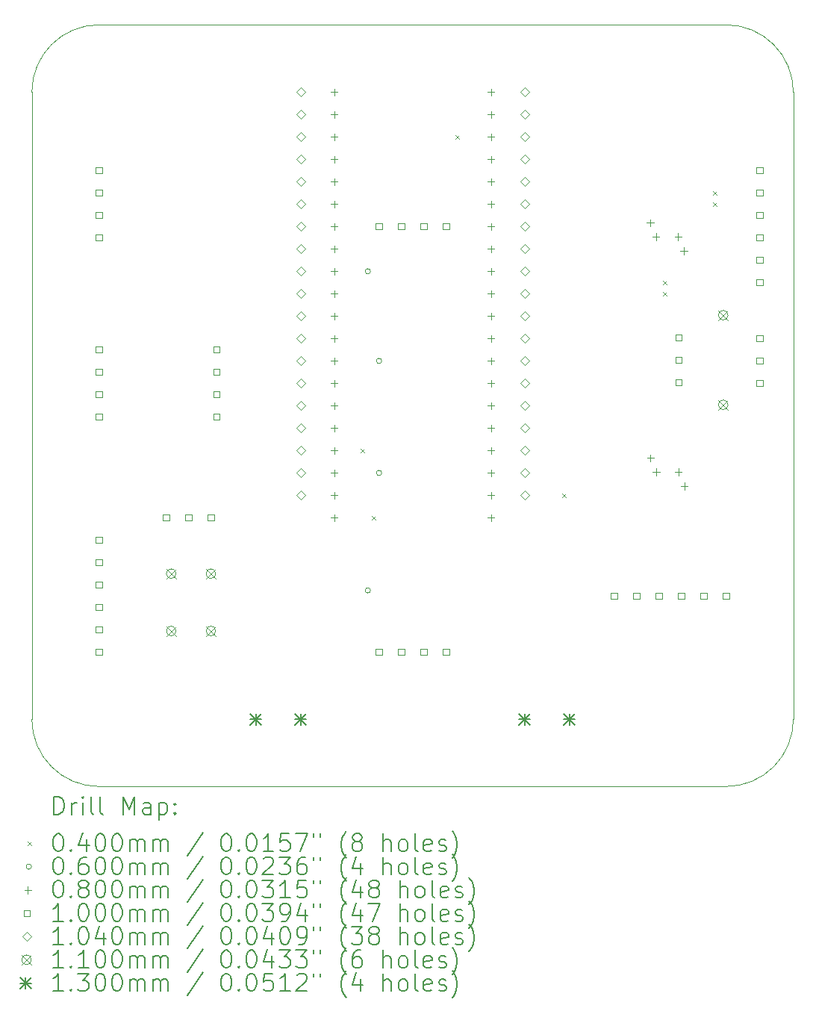
<source format=gbr>
%TF.GenerationSoftware,KiCad,Pcbnew,6.0.11-2627ca5db0~126~ubuntu20.04.1*%
%TF.CreationDate,2023-02-19T14:45:49+01:00*%
%TF.ProjectId,MQTTbug,4d515454-6275-4672-9e6b-696361645f70,rev?*%
%TF.SameCoordinates,Original*%
%TF.FileFunction,Drillmap*%
%TF.FilePolarity,Positive*%
%FSLAX45Y45*%
G04 Gerber Fmt 4.5, Leading zero omitted, Abs format (unit mm)*
G04 Created by KiCad (PCBNEW 6.0.11-2627ca5db0~126~ubuntu20.04.1) date 2023-02-19 14:45:49*
%MOMM*%
%LPD*%
G01*
G04 APERTURE LIST*
%ADD10C,0.100000*%
%ADD11C,0.200000*%
%ADD12C,0.040000*%
%ADD13C,0.060000*%
%ADD14C,0.080000*%
%ADD15C,0.104000*%
%ADD16C,0.110000*%
%ADD17C,0.130000*%
G04 APERTURE END LIST*
D10*
X5080000Y-12954000D02*
X5080000Y-5842000D01*
X12954000Y-13716000D02*
G75*
G03*
X13716000Y-12954000I0J762000D01*
G01*
X5842000Y-5080000D02*
G75*
G03*
X5080000Y-5842000I0J-762000D01*
G01*
X5842000Y-5080000D02*
X12954000Y-5080000D01*
X13716000Y-5842000D02*
G75*
G03*
X12954000Y-5080000I-762000J0D01*
G01*
X12954000Y-13716000D02*
X5842000Y-13716000D01*
X5080000Y-12954000D02*
G75*
G03*
X5842000Y-13716000I762000J0D01*
G01*
X13716000Y-5842000D02*
X13716000Y-12954000D01*
D11*
D12*
X8806500Y-9886000D02*
X8846500Y-9926000D01*
X8846500Y-9886000D02*
X8806500Y-9926000D01*
X8933500Y-10648000D02*
X8973500Y-10688000D01*
X8973500Y-10648000D02*
X8933500Y-10688000D01*
X9886000Y-6330000D02*
X9926000Y-6370000D01*
X9926000Y-6330000D02*
X9886000Y-6370000D01*
X11092500Y-10394000D02*
X11132500Y-10434000D01*
X11132500Y-10394000D02*
X11092500Y-10434000D01*
X12235500Y-7981000D02*
X12275500Y-8021000D01*
X12275500Y-7981000D02*
X12235500Y-8021000D01*
X12235500Y-8108000D02*
X12275500Y-8148000D01*
X12275500Y-8108000D02*
X12235500Y-8148000D01*
X12807000Y-6965000D02*
X12847000Y-7005000D01*
X12847000Y-6965000D02*
X12807000Y-7005000D01*
X12807000Y-7092000D02*
X12847000Y-7132000D01*
X12847000Y-7092000D02*
X12807000Y-7132000D01*
D13*
X8920000Y-7874000D02*
G75*
G03*
X8920000Y-7874000I-30000J0D01*
G01*
X8920000Y-11493500D02*
G75*
G03*
X8920000Y-11493500I-30000J0D01*
G01*
X9047000Y-8890000D02*
G75*
G03*
X9047000Y-8890000I-30000J0D01*
G01*
X9047000Y-10160000D02*
G75*
G03*
X9047000Y-10160000I-30000J0D01*
G01*
D14*
X8509000Y-5802000D02*
X8509000Y-5882000D01*
X8469000Y-5842000D02*
X8549000Y-5842000D01*
X8509000Y-6056000D02*
X8509000Y-6136000D01*
X8469000Y-6096000D02*
X8549000Y-6096000D01*
X8509000Y-6310000D02*
X8509000Y-6390000D01*
X8469000Y-6350000D02*
X8549000Y-6350000D01*
X8509000Y-6564000D02*
X8509000Y-6644000D01*
X8469000Y-6604000D02*
X8549000Y-6604000D01*
X8509000Y-6818000D02*
X8509000Y-6898000D01*
X8469000Y-6858000D02*
X8549000Y-6858000D01*
X8509000Y-7072000D02*
X8509000Y-7152000D01*
X8469000Y-7112000D02*
X8549000Y-7112000D01*
X8509000Y-7326000D02*
X8509000Y-7406000D01*
X8469000Y-7366000D02*
X8549000Y-7366000D01*
X8509000Y-7580000D02*
X8509000Y-7660000D01*
X8469000Y-7620000D02*
X8549000Y-7620000D01*
X8509000Y-7834000D02*
X8509000Y-7914000D01*
X8469000Y-7874000D02*
X8549000Y-7874000D01*
X8509000Y-8088000D02*
X8509000Y-8168000D01*
X8469000Y-8128000D02*
X8549000Y-8128000D01*
X8509000Y-8342000D02*
X8509000Y-8422000D01*
X8469000Y-8382000D02*
X8549000Y-8382000D01*
X8509000Y-8596000D02*
X8509000Y-8676000D01*
X8469000Y-8636000D02*
X8549000Y-8636000D01*
X8509000Y-8850000D02*
X8509000Y-8930000D01*
X8469000Y-8890000D02*
X8549000Y-8890000D01*
X8509000Y-9104000D02*
X8509000Y-9184000D01*
X8469000Y-9144000D02*
X8549000Y-9144000D01*
X8509000Y-9358000D02*
X8509000Y-9438000D01*
X8469000Y-9398000D02*
X8549000Y-9398000D01*
X8509000Y-9612000D02*
X8509000Y-9692000D01*
X8469000Y-9652000D02*
X8549000Y-9652000D01*
X8509000Y-9866000D02*
X8509000Y-9946000D01*
X8469000Y-9906000D02*
X8549000Y-9906000D01*
X8509000Y-10120000D02*
X8509000Y-10200000D01*
X8469000Y-10160000D02*
X8549000Y-10160000D01*
X8509000Y-10374000D02*
X8509000Y-10454000D01*
X8469000Y-10414000D02*
X8549000Y-10414000D01*
X8509000Y-10628000D02*
X8509000Y-10708000D01*
X8469000Y-10668000D02*
X8549000Y-10668000D01*
X10287000Y-5802000D02*
X10287000Y-5882000D01*
X10247000Y-5842000D02*
X10327000Y-5842000D01*
X10287000Y-6056000D02*
X10287000Y-6136000D01*
X10247000Y-6096000D02*
X10327000Y-6096000D01*
X10287000Y-6310000D02*
X10287000Y-6390000D01*
X10247000Y-6350000D02*
X10327000Y-6350000D01*
X10287000Y-6564000D02*
X10287000Y-6644000D01*
X10247000Y-6604000D02*
X10327000Y-6604000D01*
X10287000Y-6818000D02*
X10287000Y-6898000D01*
X10247000Y-6858000D02*
X10327000Y-6858000D01*
X10287000Y-7072000D02*
X10287000Y-7152000D01*
X10247000Y-7112000D02*
X10327000Y-7112000D01*
X10287000Y-7326000D02*
X10287000Y-7406000D01*
X10247000Y-7366000D02*
X10327000Y-7366000D01*
X10287000Y-7580000D02*
X10287000Y-7660000D01*
X10247000Y-7620000D02*
X10327000Y-7620000D01*
X10287000Y-7834000D02*
X10287000Y-7914000D01*
X10247000Y-7874000D02*
X10327000Y-7874000D01*
X10287000Y-8088000D02*
X10287000Y-8168000D01*
X10247000Y-8128000D02*
X10327000Y-8128000D01*
X10287000Y-8342000D02*
X10287000Y-8422000D01*
X10247000Y-8382000D02*
X10327000Y-8382000D01*
X10287000Y-8596000D02*
X10287000Y-8676000D01*
X10247000Y-8636000D02*
X10327000Y-8636000D01*
X10287000Y-8850000D02*
X10287000Y-8930000D01*
X10247000Y-8890000D02*
X10327000Y-8890000D01*
X10287000Y-9104000D02*
X10287000Y-9184000D01*
X10247000Y-9144000D02*
X10327000Y-9144000D01*
X10287000Y-9358000D02*
X10287000Y-9438000D01*
X10247000Y-9398000D02*
X10327000Y-9398000D01*
X10287000Y-9612000D02*
X10287000Y-9692000D01*
X10247000Y-9652000D02*
X10327000Y-9652000D01*
X10287000Y-9866000D02*
X10287000Y-9946000D01*
X10247000Y-9906000D02*
X10327000Y-9906000D01*
X10287000Y-10120000D02*
X10287000Y-10200000D01*
X10247000Y-10160000D02*
X10327000Y-10160000D01*
X10287000Y-10374000D02*
X10287000Y-10454000D01*
X10247000Y-10414000D02*
X10327000Y-10414000D01*
X10287000Y-10628000D02*
X10287000Y-10708000D01*
X10247000Y-10668000D02*
X10327000Y-10668000D01*
X12091656Y-7283700D02*
X12091656Y-7363700D01*
X12051656Y-7323700D02*
X12131656Y-7323700D01*
X12095656Y-9950700D02*
X12095656Y-10030700D01*
X12055656Y-9990700D02*
X12135656Y-9990700D01*
X12158750Y-7443700D02*
X12158750Y-7523700D01*
X12118750Y-7483700D02*
X12198750Y-7483700D01*
X12162750Y-10110700D02*
X12162750Y-10190700D01*
X12122750Y-10150700D02*
X12202750Y-10150700D01*
X12408750Y-7443700D02*
X12408750Y-7523700D01*
X12368750Y-7483700D02*
X12448750Y-7483700D01*
X12412750Y-10110700D02*
X12412750Y-10190700D01*
X12372750Y-10150700D02*
X12452750Y-10150700D01*
X12475844Y-7603700D02*
X12475844Y-7683700D01*
X12435844Y-7643700D02*
X12515844Y-7643700D01*
X12479844Y-10270700D02*
X12479844Y-10350700D01*
X12439844Y-10310700D02*
X12519844Y-10310700D01*
D10*
X5877356Y-6766356D02*
X5877356Y-6695644D01*
X5806644Y-6695644D01*
X5806644Y-6766356D01*
X5877356Y-6766356D01*
X5877356Y-7020356D02*
X5877356Y-6949644D01*
X5806644Y-6949644D01*
X5806644Y-7020356D01*
X5877356Y-7020356D01*
X5877356Y-7274356D02*
X5877356Y-7203644D01*
X5806644Y-7203644D01*
X5806644Y-7274356D01*
X5877356Y-7274356D01*
X5877356Y-7528356D02*
X5877356Y-7457644D01*
X5806644Y-7457644D01*
X5806644Y-7528356D01*
X5877356Y-7528356D01*
X5877356Y-8798356D02*
X5877356Y-8727644D01*
X5806644Y-8727644D01*
X5806644Y-8798356D01*
X5877356Y-8798356D01*
X5877356Y-9052356D02*
X5877356Y-8981644D01*
X5806644Y-8981644D01*
X5806644Y-9052356D01*
X5877356Y-9052356D01*
X5877356Y-9306356D02*
X5877356Y-9235644D01*
X5806644Y-9235644D01*
X5806644Y-9306356D01*
X5877356Y-9306356D01*
X5877356Y-9560356D02*
X5877356Y-9489644D01*
X5806644Y-9489644D01*
X5806644Y-9560356D01*
X5877356Y-9560356D01*
X5877356Y-10957356D02*
X5877356Y-10886644D01*
X5806644Y-10886644D01*
X5806644Y-10957356D01*
X5877356Y-10957356D01*
X5877356Y-11211356D02*
X5877356Y-11140644D01*
X5806644Y-11140644D01*
X5806644Y-11211356D01*
X5877356Y-11211356D01*
X5877356Y-11465356D02*
X5877356Y-11394644D01*
X5806644Y-11394644D01*
X5806644Y-11465356D01*
X5877356Y-11465356D01*
X5877356Y-11719356D02*
X5877356Y-11648644D01*
X5806644Y-11648644D01*
X5806644Y-11719356D01*
X5877356Y-11719356D01*
X5877356Y-11973356D02*
X5877356Y-11902644D01*
X5806644Y-11902644D01*
X5806644Y-11973356D01*
X5877356Y-11973356D01*
X5877356Y-12227356D02*
X5877356Y-12156644D01*
X5806644Y-12156644D01*
X5806644Y-12227356D01*
X5877356Y-12227356D01*
X6639356Y-10703356D02*
X6639356Y-10632644D01*
X6568644Y-10632644D01*
X6568644Y-10703356D01*
X6639356Y-10703356D01*
X6893356Y-10703356D02*
X6893356Y-10632644D01*
X6822644Y-10632644D01*
X6822644Y-10703356D01*
X6893356Y-10703356D01*
X7147356Y-10703356D02*
X7147356Y-10632644D01*
X7076644Y-10632644D01*
X7076644Y-10703356D01*
X7147356Y-10703356D01*
X7210856Y-8798356D02*
X7210856Y-8727644D01*
X7140144Y-8727644D01*
X7140144Y-8798356D01*
X7210856Y-8798356D01*
X7210856Y-9052356D02*
X7210856Y-8981644D01*
X7140144Y-8981644D01*
X7140144Y-9052356D01*
X7210856Y-9052356D01*
X7210856Y-9306356D02*
X7210856Y-9235644D01*
X7140144Y-9235644D01*
X7140144Y-9306356D01*
X7210856Y-9306356D01*
X7210856Y-9560356D02*
X7210856Y-9489644D01*
X7140144Y-9489644D01*
X7140144Y-9560356D01*
X7210856Y-9560356D01*
X9052356Y-7401356D02*
X9052356Y-7330644D01*
X8981644Y-7330644D01*
X8981644Y-7401356D01*
X9052356Y-7401356D01*
X9052356Y-12227356D02*
X9052356Y-12156644D01*
X8981644Y-12156644D01*
X8981644Y-12227356D01*
X9052356Y-12227356D01*
X9306356Y-7401356D02*
X9306356Y-7330644D01*
X9235644Y-7330644D01*
X9235644Y-7401356D01*
X9306356Y-7401356D01*
X9306356Y-12227356D02*
X9306356Y-12156644D01*
X9235644Y-12156644D01*
X9235644Y-12227356D01*
X9306356Y-12227356D01*
X9560356Y-7401356D02*
X9560356Y-7330644D01*
X9489644Y-7330644D01*
X9489644Y-7401356D01*
X9560356Y-7401356D01*
X9560356Y-12227356D02*
X9560356Y-12156644D01*
X9489644Y-12156644D01*
X9489644Y-12227356D01*
X9560356Y-12227356D01*
X9814356Y-7401356D02*
X9814356Y-7330644D01*
X9743644Y-7330644D01*
X9743644Y-7401356D01*
X9814356Y-7401356D01*
X9814356Y-12227356D02*
X9814356Y-12156644D01*
X9743644Y-12156644D01*
X9743644Y-12227356D01*
X9814356Y-12227356D01*
X11719356Y-11592356D02*
X11719356Y-11521644D01*
X11648644Y-11521644D01*
X11648644Y-11592356D01*
X11719356Y-11592356D01*
X11973356Y-11592356D02*
X11973356Y-11521644D01*
X11902644Y-11521644D01*
X11902644Y-11592356D01*
X11973356Y-11592356D01*
X12227356Y-11592356D02*
X12227356Y-11521644D01*
X12156644Y-11521644D01*
X12156644Y-11592356D01*
X12227356Y-11592356D01*
X12448106Y-8662056D02*
X12448106Y-8591344D01*
X12377394Y-8591344D01*
X12377394Y-8662056D01*
X12448106Y-8662056D01*
X12448106Y-8916056D02*
X12448106Y-8845344D01*
X12377394Y-8845344D01*
X12377394Y-8916056D01*
X12448106Y-8916056D01*
X12448106Y-9170056D02*
X12448106Y-9099344D01*
X12377394Y-9099344D01*
X12377394Y-9170056D01*
X12448106Y-9170056D01*
X12481356Y-11592356D02*
X12481356Y-11521644D01*
X12410644Y-11521644D01*
X12410644Y-11592356D01*
X12481356Y-11592356D01*
X12735356Y-11592356D02*
X12735356Y-11521644D01*
X12664644Y-11521644D01*
X12664644Y-11592356D01*
X12735356Y-11592356D01*
X12989356Y-11592356D02*
X12989356Y-11521644D01*
X12918644Y-11521644D01*
X12918644Y-11592356D01*
X12989356Y-11592356D01*
X13370356Y-6766356D02*
X13370356Y-6695644D01*
X13299644Y-6695644D01*
X13299644Y-6766356D01*
X13370356Y-6766356D01*
X13370356Y-7020356D02*
X13370356Y-6949644D01*
X13299644Y-6949644D01*
X13299644Y-7020356D01*
X13370356Y-7020356D01*
X13370356Y-7274356D02*
X13370356Y-7203644D01*
X13299644Y-7203644D01*
X13299644Y-7274356D01*
X13370356Y-7274356D01*
X13370356Y-7528356D02*
X13370356Y-7457644D01*
X13299644Y-7457644D01*
X13299644Y-7528356D01*
X13370356Y-7528356D01*
X13370356Y-7782356D02*
X13370356Y-7711644D01*
X13299644Y-7711644D01*
X13299644Y-7782356D01*
X13370356Y-7782356D01*
X13370356Y-8036356D02*
X13370356Y-7965644D01*
X13299644Y-7965644D01*
X13299644Y-8036356D01*
X13370356Y-8036356D01*
X13370356Y-8671356D02*
X13370356Y-8600644D01*
X13299644Y-8600644D01*
X13299644Y-8671356D01*
X13370356Y-8671356D01*
X13370356Y-8925356D02*
X13370356Y-8854644D01*
X13299644Y-8854644D01*
X13299644Y-8925356D01*
X13370356Y-8925356D01*
X13370356Y-9179356D02*
X13370356Y-9108644D01*
X13299644Y-9108644D01*
X13299644Y-9179356D01*
X13370356Y-9179356D01*
D15*
X8128000Y-5894000D02*
X8180000Y-5842000D01*
X8128000Y-5790000D01*
X8076000Y-5842000D01*
X8128000Y-5894000D01*
X8128000Y-6148000D02*
X8180000Y-6096000D01*
X8128000Y-6044000D01*
X8076000Y-6096000D01*
X8128000Y-6148000D01*
X8128000Y-6402000D02*
X8180000Y-6350000D01*
X8128000Y-6298000D01*
X8076000Y-6350000D01*
X8128000Y-6402000D01*
X8128000Y-6656000D02*
X8180000Y-6604000D01*
X8128000Y-6552000D01*
X8076000Y-6604000D01*
X8128000Y-6656000D01*
X8128000Y-6910000D02*
X8180000Y-6858000D01*
X8128000Y-6806000D01*
X8076000Y-6858000D01*
X8128000Y-6910000D01*
X8128000Y-7164000D02*
X8180000Y-7112000D01*
X8128000Y-7060000D01*
X8076000Y-7112000D01*
X8128000Y-7164000D01*
X8128000Y-7418000D02*
X8180000Y-7366000D01*
X8128000Y-7314000D01*
X8076000Y-7366000D01*
X8128000Y-7418000D01*
X8128000Y-7672000D02*
X8180000Y-7620000D01*
X8128000Y-7568000D01*
X8076000Y-7620000D01*
X8128000Y-7672000D01*
X8128000Y-7926000D02*
X8180000Y-7874000D01*
X8128000Y-7822000D01*
X8076000Y-7874000D01*
X8128000Y-7926000D01*
X8128000Y-8180000D02*
X8180000Y-8128000D01*
X8128000Y-8076000D01*
X8076000Y-8128000D01*
X8128000Y-8180000D01*
X8128000Y-8434000D02*
X8180000Y-8382000D01*
X8128000Y-8330000D01*
X8076000Y-8382000D01*
X8128000Y-8434000D01*
X8128000Y-8688000D02*
X8180000Y-8636000D01*
X8128000Y-8584000D01*
X8076000Y-8636000D01*
X8128000Y-8688000D01*
X8128000Y-8942000D02*
X8180000Y-8890000D01*
X8128000Y-8838000D01*
X8076000Y-8890000D01*
X8128000Y-8942000D01*
X8128000Y-9196000D02*
X8180000Y-9144000D01*
X8128000Y-9092000D01*
X8076000Y-9144000D01*
X8128000Y-9196000D01*
X8128000Y-9450000D02*
X8180000Y-9398000D01*
X8128000Y-9346000D01*
X8076000Y-9398000D01*
X8128000Y-9450000D01*
X8128000Y-9704000D02*
X8180000Y-9652000D01*
X8128000Y-9600000D01*
X8076000Y-9652000D01*
X8128000Y-9704000D01*
X8128000Y-9958000D02*
X8180000Y-9906000D01*
X8128000Y-9854000D01*
X8076000Y-9906000D01*
X8128000Y-9958000D01*
X8128000Y-10212000D02*
X8180000Y-10160000D01*
X8128000Y-10108000D01*
X8076000Y-10160000D01*
X8128000Y-10212000D01*
X8128000Y-10466000D02*
X8180000Y-10414000D01*
X8128000Y-10362000D01*
X8076000Y-10414000D01*
X8128000Y-10466000D01*
X10668000Y-5894000D02*
X10720000Y-5842000D01*
X10668000Y-5790000D01*
X10616000Y-5842000D01*
X10668000Y-5894000D01*
X10668000Y-6148000D02*
X10720000Y-6096000D01*
X10668000Y-6044000D01*
X10616000Y-6096000D01*
X10668000Y-6148000D01*
X10668000Y-6402000D02*
X10720000Y-6350000D01*
X10668000Y-6298000D01*
X10616000Y-6350000D01*
X10668000Y-6402000D01*
X10668000Y-6656000D02*
X10720000Y-6604000D01*
X10668000Y-6552000D01*
X10616000Y-6604000D01*
X10668000Y-6656000D01*
X10668000Y-6910000D02*
X10720000Y-6858000D01*
X10668000Y-6806000D01*
X10616000Y-6858000D01*
X10668000Y-6910000D01*
X10668000Y-7164000D02*
X10720000Y-7112000D01*
X10668000Y-7060000D01*
X10616000Y-7112000D01*
X10668000Y-7164000D01*
X10668000Y-7418000D02*
X10720000Y-7366000D01*
X10668000Y-7314000D01*
X10616000Y-7366000D01*
X10668000Y-7418000D01*
X10668000Y-7672000D02*
X10720000Y-7620000D01*
X10668000Y-7568000D01*
X10616000Y-7620000D01*
X10668000Y-7672000D01*
X10668000Y-7926000D02*
X10720000Y-7874000D01*
X10668000Y-7822000D01*
X10616000Y-7874000D01*
X10668000Y-7926000D01*
X10668000Y-8180000D02*
X10720000Y-8128000D01*
X10668000Y-8076000D01*
X10616000Y-8128000D01*
X10668000Y-8180000D01*
X10668000Y-8434000D02*
X10720000Y-8382000D01*
X10668000Y-8330000D01*
X10616000Y-8382000D01*
X10668000Y-8434000D01*
X10668000Y-8688000D02*
X10720000Y-8636000D01*
X10668000Y-8584000D01*
X10616000Y-8636000D01*
X10668000Y-8688000D01*
X10668000Y-8942000D02*
X10720000Y-8890000D01*
X10668000Y-8838000D01*
X10616000Y-8890000D01*
X10668000Y-8942000D01*
X10668000Y-9196000D02*
X10720000Y-9144000D01*
X10668000Y-9092000D01*
X10616000Y-9144000D01*
X10668000Y-9196000D01*
X10668000Y-9450000D02*
X10720000Y-9398000D01*
X10668000Y-9346000D01*
X10616000Y-9398000D01*
X10668000Y-9450000D01*
X10668000Y-9704000D02*
X10720000Y-9652000D01*
X10668000Y-9600000D01*
X10616000Y-9652000D01*
X10668000Y-9704000D01*
X10668000Y-9958000D02*
X10720000Y-9906000D01*
X10668000Y-9854000D01*
X10616000Y-9906000D01*
X10668000Y-9958000D01*
X10668000Y-10212000D02*
X10720000Y-10160000D01*
X10668000Y-10108000D01*
X10616000Y-10160000D01*
X10668000Y-10212000D01*
X10668000Y-10466000D02*
X10720000Y-10414000D01*
X10668000Y-10362000D01*
X10616000Y-10414000D01*
X10668000Y-10466000D01*
D16*
X6605500Y-11248000D02*
X6715500Y-11358000D01*
X6715500Y-11248000D02*
X6605500Y-11358000D01*
X6715500Y-11303000D02*
G75*
G03*
X6715500Y-11303000I-55000J0D01*
G01*
X6605500Y-11898000D02*
X6715500Y-12008000D01*
X6715500Y-11898000D02*
X6605500Y-12008000D01*
X6715500Y-11953000D02*
G75*
G03*
X6715500Y-11953000I-55000J0D01*
G01*
X7055500Y-11248000D02*
X7165500Y-11358000D01*
X7165500Y-11248000D02*
X7055500Y-11358000D01*
X7165500Y-11303000D02*
G75*
G03*
X7165500Y-11303000I-55000J0D01*
G01*
X7055500Y-11898000D02*
X7165500Y-12008000D01*
X7165500Y-11898000D02*
X7055500Y-12008000D01*
X7165500Y-11953000D02*
G75*
G03*
X7165500Y-11953000I-55000J0D01*
G01*
X12865750Y-8317700D02*
X12975750Y-8427700D01*
X12975750Y-8317700D02*
X12865750Y-8427700D01*
X12975750Y-8372700D02*
G75*
G03*
X12975750Y-8372700I-55000J0D01*
G01*
X12865750Y-9333700D02*
X12975750Y-9443700D01*
X12975750Y-9333700D02*
X12865750Y-9443700D01*
X12975750Y-9388700D02*
G75*
G03*
X12975750Y-9388700I-55000J0D01*
G01*
D17*
X7554500Y-12889000D02*
X7684500Y-13019000D01*
X7684500Y-12889000D02*
X7554500Y-13019000D01*
X7619500Y-12889000D02*
X7619500Y-13019000D01*
X7554500Y-12954000D02*
X7684500Y-12954000D01*
X8062500Y-12889000D02*
X8192500Y-13019000D01*
X8192500Y-12889000D02*
X8062500Y-13019000D01*
X8127500Y-12889000D02*
X8127500Y-13019000D01*
X8062500Y-12954000D02*
X8192500Y-12954000D01*
X10603000Y-12889000D02*
X10733000Y-13019000D01*
X10733000Y-12889000D02*
X10603000Y-13019000D01*
X10668000Y-12889000D02*
X10668000Y-13019000D01*
X10603000Y-12954000D02*
X10733000Y-12954000D01*
X11111000Y-12889000D02*
X11241000Y-13019000D01*
X11241000Y-12889000D02*
X11111000Y-13019000D01*
X11176000Y-12889000D02*
X11176000Y-13019000D01*
X11111000Y-12954000D02*
X11241000Y-12954000D01*
D11*
X5332619Y-14031476D02*
X5332619Y-13831476D01*
X5380238Y-13831476D01*
X5408810Y-13841000D01*
X5427857Y-13860048D01*
X5437381Y-13879095D01*
X5446905Y-13917190D01*
X5446905Y-13945762D01*
X5437381Y-13983857D01*
X5427857Y-14002905D01*
X5408810Y-14021952D01*
X5380238Y-14031476D01*
X5332619Y-14031476D01*
X5532619Y-14031476D02*
X5532619Y-13898143D01*
X5532619Y-13936238D02*
X5542143Y-13917190D01*
X5551667Y-13907667D01*
X5570714Y-13898143D01*
X5589762Y-13898143D01*
X5656428Y-14031476D02*
X5656428Y-13898143D01*
X5656428Y-13831476D02*
X5646905Y-13841000D01*
X5656428Y-13850524D01*
X5665952Y-13841000D01*
X5656428Y-13831476D01*
X5656428Y-13850524D01*
X5780238Y-14031476D02*
X5761190Y-14021952D01*
X5751667Y-14002905D01*
X5751667Y-13831476D01*
X5885000Y-14031476D02*
X5865952Y-14021952D01*
X5856428Y-14002905D01*
X5856428Y-13831476D01*
X6113571Y-14031476D02*
X6113571Y-13831476D01*
X6180238Y-13974333D01*
X6246905Y-13831476D01*
X6246905Y-14031476D01*
X6427857Y-14031476D02*
X6427857Y-13926714D01*
X6418333Y-13907667D01*
X6399286Y-13898143D01*
X6361190Y-13898143D01*
X6342143Y-13907667D01*
X6427857Y-14021952D02*
X6408809Y-14031476D01*
X6361190Y-14031476D01*
X6342143Y-14021952D01*
X6332619Y-14002905D01*
X6332619Y-13983857D01*
X6342143Y-13964809D01*
X6361190Y-13955286D01*
X6408809Y-13955286D01*
X6427857Y-13945762D01*
X6523095Y-13898143D02*
X6523095Y-14098143D01*
X6523095Y-13907667D02*
X6542143Y-13898143D01*
X6580238Y-13898143D01*
X6599286Y-13907667D01*
X6608809Y-13917190D01*
X6618333Y-13936238D01*
X6618333Y-13993381D01*
X6608809Y-14012428D01*
X6599286Y-14021952D01*
X6580238Y-14031476D01*
X6542143Y-14031476D01*
X6523095Y-14021952D01*
X6704048Y-14012428D02*
X6713571Y-14021952D01*
X6704048Y-14031476D01*
X6694524Y-14021952D01*
X6704048Y-14012428D01*
X6704048Y-14031476D01*
X6704048Y-13907667D02*
X6713571Y-13917190D01*
X6704048Y-13926714D01*
X6694524Y-13917190D01*
X6704048Y-13907667D01*
X6704048Y-13926714D01*
D12*
X5035000Y-14341000D02*
X5075000Y-14381000D01*
X5075000Y-14341000D02*
X5035000Y-14381000D01*
D11*
X5370714Y-14251476D02*
X5389762Y-14251476D01*
X5408810Y-14261000D01*
X5418333Y-14270524D01*
X5427857Y-14289571D01*
X5437381Y-14327667D01*
X5437381Y-14375286D01*
X5427857Y-14413381D01*
X5418333Y-14432428D01*
X5408810Y-14441952D01*
X5389762Y-14451476D01*
X5370714Y-14451476D01*
X5351667Y-14441952D01*
X5342143Y-14432428D01*
X5332619Y-14413381D01*
X5323095Y-14375286D01*
X5323095Y-14327667D01*
X5332619Y-14289571D01*
X5342143Y-14270524D01*
X5351667Y-14261000D01*
X5370714Y-14251476D01*
X5523095Y-14432428D02*
X5532619Y-14441952D01*
X5523095Y-14451476D01*
X5513571Y-14441952D01*
X5523095Y-14432428D01*
X5523095Y-14451476D01*
X5704048Y-14318143D02*
X5704048Y-14451476D01*
X5656428Y-14241952D02*
X5608809Y-14384809D01*
X5732619Y-14384809D01*
X5846905Y-14251476D02*
X5865952Y-14251476D01*
X5885000Y-14261000D01*
X5894524Y-14270524D01*
X5904048Y-14289571D01*
X5913571Y-14327667D01*
X5913571Y-14375286D01*
X5904048Y-14413381D01*
X5894524Y-14432428D01*
X5885000Y-14441952D01*
X5865952Y-14451476D01*
X5846905Y-14451476D01*
X5827857Y-14441952D01*
X5818333Y-14432428D01*
X5808809Y-14413381D01*
X5799286Y-14375286D01*
X5799286Y-14327667D01*
X5808809Y-14289571D01*
X5818333Y-14270524D01*
X5827857Y-14261000D01*
X5846905Y-14251476D01*
X6037381Y-14251476D02*
X6056428Y-14251476D01*
X6075476Y-14261000D01*
X6085000Y-14270524D01*
X6094524Y-14289571D01*
X6104048Y-14327667D01*
X6104048Y-14375286D01*
X6094524Y-14413381D01*
X6085000Y-14432428D01*
X6075476Y-14441952D01*
X6056428Y-14451476D01*
X6037381Y-14451476D01*
X6018333Y-14441952D01*
X6008809Y-14432428D01*
X5999286Y-14413381D01*
X5989762Y-14375286D01*
X5989762Y-14327667D01*
X5999286Y-14289571D01*
X6008809Y-14270524D01*
X6018333Y-14261000D01*
X6037381Y-14251476D01*
X6189762Y-14451476D02*
X6189762Y-14318143D01*
X6189762Y-14337190D02*
X6199286Y-14327667D01*
X6218333Y-14318143D01*
X6246905Y-14318143D01*
X6265952Y-14327667D01*
X6275476Y-14346714D01*
X6275476Y-14451476D01*
X6275476Y-14346714D02*
X6285000Y-14327667D01*
X6304048Y-14318143D01*
X6332619Y-14318143D01*
X6351667Y-14327667D01*
X6361190Y-14346714D01*
X6361190Y-14451476D01*
X6456428Y-14451476D02*
X6456428Y-14318143D01*
X6456428Y-14337190D02*
X6465952Y-14327667D01*
X6485000Y-14318143D01*
X6513571Y-14318143D01*
X6532619Y-14327667D01*
X6542143Y-14346714D01*
X6542143Y-14451476D01*
X6542143Y-14346714D02*
X6551667Y-14327667D01*
X6570714Y-14318143D01*
X6599286Y-14318143D01*
X6618333Y-14327667D01*
X6627857Y-14346714D01*
X6627857Y-14451476D01*
X7018333Y-14241952D02*
X6846905Y-14499095D01*
X7275476Y-14251476D02*
X7294524Y-14251476D01*
X7313571Y-14261000D01*
X7323095Y-14270524D01*
X7332619Y-14289571D01*
X7342143Y-14327667D01*
X7342143Y-14375286D01*
X7332619Y-14413381D01*
X7323095Y-14432428D01*
X7313571Y-14441952D01*
X7294524Y-14451476D01*
X7275476Y-14451476D01*
X7256428Y-14441952D01*
X7246905Y-14432428D01*
X7237381Y-14413381D01*
X7227857Y-14375286D01*
X7227857Y-14327667D01*
X7237381Y-14289571D01*
X7246905Y-14270524D01*
X7256428Y-14261000D01*
X7275476Y-14251476D01*
X7427857Y-14432428D02*
X7437381Y-14441952D01*
X7427857Y-14451476D01*
X7418333Y-14441952D01*
X7427857Y-14432428D01*
X7427857Y-14451476D01*
X7561190Y-14251476D02*
X7580238Y-14251476D01*
X7599286Y-14261000D01*
X7608809Y-14270524D01*
X7618333Y-14289571D01*
X7627857Y-14327667D01*
X7627857Y-14375286D01*
X7618333Y-14413381D01*
X7608809Y-14432428D01*
X7599286Y-14441952D01*
X7580238Y-14451476D01*
X7561190Y-14451476D01*
X7542143Y-14441952D01*
X7532619Y-14432428D01*
X7523095Y-14413381D01*
X7513571Y-14375286D01*
X7513571Y-14327667D01*
X7523095Y-14289571D01*
X7532619Y-14270524D01*
X7542143Y-14261000D01*
X7561190Y-14251476D01*
X7818333Y-14451476D02*
X7704048Y-14451476D01*
X7761190Y-14451476D02*
X7761190Y-14251476D01*
X7742143Y-14280048D01*
X7723095Y-14299095D01*
X7704048Y-14308619D01*
X7999286Y-14251476D02*
X7904048Y-14251476D01*
X7894524Y-14346714D01*
X7904048Y-14337190D01*
X7923095Y-14327667D01*
X7970714Y-14327667D01*
X7989762Y-14337190D01*
X7999286Y-14346714D01*
X8008809Y-14365762D01*
X8008809Y-14413381D01*
X7999286Y-14432428D01*
X7989762Y-14441952D01*
X7970714Y-14451476D01*
X7923095Y-14451476D01*
X7904048Y-14441952D01*
X7894524Y-14432428D01*
X8075476Y-14251476D02*
X8208809Y-14251476D01*
X8123095Y-14451476D01*
X8275476Y-14251476D02*
X8275476Y-14289571D01*
X8351667Y-14251476D02*
X8351667Y-14289571D01*
X8646905Y-14527667D02*
X8637381Y-14518143D01*
X8618333Y-14489571D01*
X8608810Y-14470524D01*
X8599286Y-14441952D01*
X8589762Y-14394333D01*
X8589762Y-14356238D01*
X8599286Y-14308619D01*
X8608810Y-14280048D01*
X8618333Y-14261000D01*
X8637381Y-14232428D01*
X8646905Y-14222905D01*
X8751667Y-14337190D02*
X8732619Y-14327667D01*
X8723095Y-14318143D01*
X8713571Y-14299095D01*
X8713571Y-14289571D01*
X8723095Y-14270524D01*
X8732619Y-14261000D01*
X8751667Y-14251476D01*
X8789762Y-14251476D01*
X8808810Y-14261000D01*
X8818333Y-14270524D01*
X8827857Y-14289571D01*
X8827857Y-14299095D01*
X8818333Y-14318143D01*
X8808810Y-14327667D01*
X8789762Y-14337190D01*
X8751667Y-14337190D01*
X8732619Y-14346714D01*
X8723095Y-14356238D01*
X8713571Y-14375286D01*
X8713571Y-14413381D01*
X8723095Y-14432428D01*
X8732619Y-14441952D01*
X8751667Y-14451476D01*
X8789762Y-14451476D01*
X8808810Y-14441952D01*
X8818333Y-14432428D01*
X8827857Y-14413381D01*
X8827857Y-14375286D01*
X8818333Y-14356238D01*
X8808810Y-14346714D01*
X8789762Y-14337190D01*
X9065952Y-14451476D02*
X9065952Y-14251476D01*
X9151667Y-14451476D02*
X9151667Y-14346714D01*
X9142143Y-14327667D01*
X9123095Y-14318143D01*
X9094524Y-14318143D01*
X9075476Y-14327667D01*
X9065952Y-14337190D01*
X9275476Y-14451476D02*
X9256429Y-14441952D01*
X9246905Y-14432428D01*
X9237381Y-14413381D01*
X9237381Y-14356238D01*
X9246905Y-14337190D01*
X9256429Y-14327667D01*
X9275476Y-14318143D01*
X9304048Y-14318143D01*
X9323095Y-14327667D01*
X9332619Y-14337190D01*
X9342143Y-14356238D01*
X9342143Y-14413381D01*
X9332619Y-14432428D01*
X9323095Y-14441952D01*
X9304048Y-14451476D01*
X9275476Y-14451476D01*
X9456429Y-14451476D02*
X9437381Y-14441952D01*
X9427857Y-14422905D01*
X9427857Y-14251476D01*
X9608810Y-14441952D02*
X9589762Y-14451476D01*
X9551667Y-14451476D01*
X9532619Y-14441952D01*
X9523095Y-14422905D01*
X9523095Y-14346714D01*
X9532619Y-14327667D01*
X9551667Y-14318143D01*
X9589762Y-14318143D01*
X9608810Y-14327667D01*
X9618333Y-14346714D01*
X9618333Y-14365762D01*
X9523095Y-14384809D01*
X9694524Y-14441952D02*
X9713571Y-14451476D01*
X9751667Y-14451476D01*
X9770714Y-14441952D01*
X9780238Y-14422905D01*
X9780238Y-14413381D01*
X9770714Y-14394333D01*
X9751667Y-14384809D01*
X9723095Y-14384809D01*
X9704048Y-14375286D01*
X9694524Y-14356238D01*
X9694524Y-14346714D01*
X9704048Y-14327667D01*
X9723095Y-14318143D01*
X9751667Y-14318143D01*
X9770714Y-14327667D01*
X9846905Y-14527667D02*
X9856429Y-14518143D01*
X9875476Y-14489571D01*
X9885000Y-14470524D01*
X9894524Y-14441952D01*
X9904048Y-14394333D01*
X9904048Y-14356238D01*
X9894524Y-14308619D01*
X9885000Y-14280048D01*
X9875476Y-14261000D01*
X9856429Y-14232428D01*
X9846905Y-14222905D01*
D13*
X5075000Y-14625000D02*
G75*
G03*
X5075000Y-14625000I-30000J0D01*
G01*
D11*
X5370714Y-14515476D02*
X5389762Y-14515476D01*
X5408810Y-14525000D01*
X5418333Y-14534524D01*
X5427857Y-14553571D01*
X5437381Y-14591667D01*
X5437381Y-14639286D01*
X5427857Y-14677381D01*
X5418333Y-14696428D01*
X5408810Y-14705952D01*
X5389762Y-14715476D01*
X5370714Y-14715476D01*
X5351667Y-14705952D01*
X5342143Y-14696428D01*
X5332619Y-14677381D01*
X5323095Y-14639286D01*
X5323095Y-14591667D01*
X5332619Y-14553571D01*
X5342143Y-14534524D01*
X5351667Y-14525000D01*
X5370714Y-14515476D01*
X5523095Y-14696428D02*
X5532619Y-14705952D01*
X5523095Y-14715476D01*
X5513571Y-14705952D01*
X5523095Y-14696428D01*
X5523095Y-14715476D01*
X5704048Y-14515476D02*
X5665952Y-14515476D01*
X5646905Y-14525000D01*
X5637381Y-14534524D01*
X5618333Y-14563095D01*
X5608809Y-14601190D01*
X5608809Y-14677381D01*
X5618333Y-14696428D01*
X5627857Y-14705952D01*
X5646905Y-14715476D01*
X5685000Y-14715476D01*
X5704048Y-14705952D01*
X5713571Y-14696428D01*
X5723095Y-14677381D01*
X5723095Y-14629762D01*
X5713571Y-14610714D01*
X5704048Y-14601190D01*
X5685000Y-14591667D01*
X5646905Y-14591667D01*
X5627857Y-14601190D01*
X5618333Y-14610714D01*
X5608809Y-14629762D01*
X5846905Y-14515476D02*
X5865952Y-14515476D01*
X5885000Y-14525000D01*
X5894524Y-14534524D01*
X5904048Y-14553571D01*
X5913571Y-14591667D01*
X5913571Y-14639286D01*
X5904048Y-14677381D01*
X5894524Y-14696428D01*
X5885000Y-14705952D01*
X5865952Y-14715476D01*
X5846905Y-14715476D01*
X5827857Y-14705952D01*
X5818333Y-14696428D01*
X5808809Y-14677381D01*
X5799286Y-14639286D01*
X5799286Y-14591667D01*
X5808809Y-14553571D01*
X5818333Y-14534524D01*
X5827857Y-14525000D01*
X5846905Y-14515476D01*
X6037381Y-14515476D02*
X6056428Y-14515476D01*
X6075476Y-14525000D01*
X6085000Y-14534524D01*
X6094524Y-14553571D01*
X6104048Y-14591667D01*
X6104048Y-14639286D01*
X6094524Y-14677381D01*
X6085000Y-14696428D01*
X6075476Y-14705952D01*
X6056428Y-14715476D01*
X6037381Y-14715476D01*
X6018333Y-14705952D01*
X6008809Y-14696428D01*
X5999286Y-14677381D01*
X5989762Y-14639286D01*
X5989762Y-14591667D01*
X5999286Y-14553571D01*
X6008809Y-14534524D01*
X6018333Y-14525000D01*
X6037381Y-14515476D01*
X6189762Y-14715476D02*
X6189762Y-14582143D01*
X6189762Y-14601190D02*
X6199286Y-14591667D01*
X6218333Y-14582143D01*
X6246905Y-14582143D01*
X6265952Y-14591667D01*
X6275476Y-14610714D01*
X6275476Y-14715476D01*
X6275476Y-14610714D02*
X6285000Y-14591667D01*
X6304048Y-14582143D01*
X6332619Y-14582143D01*
X6351667Y-14591667D01*
X6361190Y-14610714D01*
X6361190Y-14715476D01*
X6456428Y-14715476D02*
X6456428Y-14582143D01*
X6456428Y-14601190D02*
X6465952Y-14591667D01*
X6485000Y-14582143D01*
X6513571Y-14582143D01*
X6532619Y-14591667D01*
X6542143Y-14610714D01*
X6542143Y-14715476D01*
X6542143Y-14610714D02*
X6551667Y-14591667D01*
X6570714Y-14582143D01*
X6599286Y-14582143D01*
X6618333Y-14591667D01*
X6627857Y-14610714D01*
X6627857Y-14715476D01*
X7018333Y-14505952D02*
X6846905Y-14763095D01*
X7275476Y-14515476D02*
X7294524Y-14515476D01*
X7313571Y-14525000D01*
X7323095Y-14534524D01*
X7332619Y-14553571D01*
X7342143Y-14591667D01*
X7342143Y-14639286D01*
X7332619Y-14677381D01*
X7323095Y-14696428D01*
X7313571Y-14705952D01*
X7294524Y-14715476D01*
X7275476Y-14715476D01*
X7256428Y-14705952D01*
X7246905Y-14696428D01*
X7237381Y-14677381D01*
X7227857Y-14639286D01*
X7227857Y-14591667D01*
X7237381Y-14553571D01*
X7246905Y-14534524D01*
X7256428Y-14525000D01*
X7275476Y-14515476D01*
X7427857Y-14696428D02*
X7437381Y-14705952D01*
X7427857Y-14715476D01*
X7418333Y-14705952D01*
X7427857Y-14696428D01*
X7427857Y-14715476D01*
X7561190Y-14515476D02*
X7580238Y-14515476D01*
X7599286Y-14525000D01*
X7608809Y-14534524D01*
X7618333Y-14553571D01*
X7627857Y-14591667D01*
X7627857Y-14639286D01*
X7618333Y-14677381D01*
X7608809Y-14696428D01*
X7599286Y-14705952D01*
X7580238Y-14715476D01*
X7561190Y-14715476D01*
X7542143Y-14705952D01*
X7532619Y-14696428D01*
X7523095Y-14677381D01*
X7513571Y-14639286D01*
X7513571Y-14591667D01*
X7523095Y-14553571D01*
X7532619Y-14534524D01*
X7542143Y-14525000D01*
X7561190Y-14515476D01*
X7704048Y-14534524D02*
X7713571Y-14525000D01*
X7732619Y-14515476D01*
X7780238Y-14515476D01*
X7799286Y-14525000D01*
X7808809Y-14534524D01*
X7818333Y-14553571D01*
X7818333Y-14572619D01*
X7808809Y-14601190D01*
X7694524Y-14715476D01*
X7818333Y-14715476D01*
X7885000Y-14515476D02*
X8008809Y-14515476D01*
X7942143Y-14591667D01*
X7970714Y-14591667D01*
X7989762Y-14601190D01*
X7999286Y-14610714D01*
X8008809Y-14629762D01*
X8008809Y-14677381D01*
X7999286Y-14696428D01*
X7989762Y-14705952D01*
X7970714Y-14715476D01*
X7913571Y-14715476D01*
X7894524Y-14705952D01*
X7885000Y-14696428D01*
X8180238Y-14515476D02*
X8142143Y-14515476D01*
X8123095Y-14525000D01*
X8113571Y-14534524D01*
X8094524Y-14563095D01*
X8085000Y-14601190D01*
X8085000Y-14677381D01*
X8094524Y-14696428D01*
X8104048Y-14705952D01*
X8123095Y-14715476D01*
X8161190Y-14715476D01*
X8180238Y-14705952D01*
X8189762Y-14696428D01*
X8199286Y-14677381D01*
X8199286Y-14629762D01*
X8189762Y-14610714D01*
X8180238Y-14601190D01*
X8161190Y-14591667D01*
X8123095Y-14591667D01*
X8104048Y-14601190D01*
X8094524Y-14610714D01*
X8085000Y-14629762D01*
X8275476Y-14515476D02*
X8275476Y-14553571D01*
X8351667Y-14515476D02*
X8351667Y-14553571D01*
X8646905Y-14791667D02*
X8637381Y-14782143D01*
X8618333Y-14753571D01*
X8608810Y-14734524D01*
X8599286Y-14705952D01*
X8589762Y-14658333D01*
X8589762Y-14620238D01*
X8599286Y-14572619D01*
X8608810Y-14544048D01*
X8618333Y-14525000D01*
X8637381Y-14496428D01*
X8646905Y-14486905D01*
X8808810Y-14582143D02*
X8808810Y-14715476D01*
X8761190Y-14505952D02*
X8713571Y-14648809D01*
X8837381Y-14648809D01*
X9065952Y-14715476D02*
X9065952Y-14515476D01*
X9151667Y-14715476D02*
X9151667Y-14610714D01*
X9142143Y-14591667D01*
X9123095Y-14582143D01*
X9094524Y-14582143D01*
X9075476Y-14591667D01*
X9065952Y-14601190D01*
X9275476Y-14715476D02*
X9256429Y-14705952D01*
X9246905Y-14696428D01*
X9237381Y-14677381D01*
X9237381Y-14620238D01*
X9246905Y-14601190D01*
X9256429Y-14591667D01*
X9275476Y-14582143D01*
X9304048Y-14582143D01*
X9323095Y-14591667D01*
X9332619Y-14601190D01*
X9342143Y-14620238D01*
X9342143Y-14677381D01*
X9332619Y-14696428D01*
X9323095Y-14705952D01*
X9304048Y-14715476D01*
X9275476Y-14715476D01*
X9456429Y-14715476D02*
X9437381Y-14705952D01*
X9427857Y-14686905D01*
X9427857Y-14515476D01*
X9608810Y-14705952D02*
X9589762Y-14715476D01*
X9551667Y-14715476D01*
X9532619Y-14705952D01*
X9523095Y-14686905D01*
X9523095Y-14610714D01*
X9532619Y-14591667D01*
X9551667Y-14582143D01*
X9589762Y-14582143D01*
X9608810Y-14591667D01*
X9618333Y-14610714D01*
X9618333Y-14629762D01*
X9523095Y-14648809D01*
X9694524Y-14705952D02*
X9713571Y-14715476D01*
X9751667Y-14715476D01*
X9770714Y-14705952D01*
X9780238Y-14686905D01*
X9780238Y-14677381D01*
X9770714Y-14658333D01*
X9751667Y-14648809D01*
X9723095Y-14648809D01*
X9704048Y-14639286D01*
X9694524Y-14620238D01*
X9694524Y-14610714D01*
X9704048Y-14591667D01*
X9723095Y-14582143D01*
X9751667Y-14582143D01*
X9770714Y-14591667D01*
X9846905Y-14791667D02*
X9856429Y-14782143D01*
X9875476Y-14753571D01*
X9885000Y-14734524D01*
X9894524Y-14705952D01*
X9904048Y-14658333D01*
X9904048Y-14620238D01*
X9894524Y-14572619D01*
X9885000Y-14544048D01*
X9875476Y-14525000D01*
X9856429Y-14496428D01*
X9846905Y-14486905D01*
D14*
X5035000Y-14849000D02*
X5035000Y-14929000D01*
X4995000Y-14889000D02*
X5075000Y-14889000D01*
D11*
X5370714Y-14779476D02*
X5389762Y-14779476D01*
X5408810Y-14789000D01*
X5418333Y-14798524D01*
X5427857Y-14817571D01*
X5437381Y-14855667D01*
X5437381Y-14903286D01*
X5427857Y-14941381D01*
X5418333Y-14960428D01*
X5408810Y-14969952D01*
X5389762Y-14979476D01*
X5370714Y-14979476D01*
X5351667Y-14969952D01*
X5342143Y-14960428D01*
X5332619Y-14941381D01*
X5323095Y-14903286D01*
X5323095Y-14855667D01*
X5332619Y-14817571D01*
X5342143Y-14798524D01*
X5351667Y-14789000D01*
X5370714Y-14779476D01*
X5523095Y-14960428D02*
X5532619Y-14969952D01*
X5523095Y-14979476D01*
X5513571Y-14969952D01*
X5523095Y-14960428D01*
X5523095Y-14979476D01*
X5646905Y-14865190D02*
X5627857Y-14855667D01*
X5618333Y-14846143D01*
X5608809Y-14827095D01*
X5608809Y-14817571D01*
X5618333Y-14798524D01*
X5627857Y-14789000D01*
X5646905Y-14779476D01*
X5685000Y-14779476D01*
X5704048Y-14789000D01*
X5713571Y-14798524D01*
X5723095Y-14817571D01*
X5723095Y-14827095D01*
X5713571Y-14846143D01*
X5704048Y-14855667D01*
X5685000Y-14865190D01*
X5646905Y-14865190D01*
X5627857Y-14874714D01*
X5618333Y-14884238D01*
X5608809Y-14903286D01*
X5608809Y-14941381D01*
X5618333Y-14960428D01*
X5627857Y-14969952D01*
X5646905Y-14979476D01*
X5685000Y-14979476D01*
X5704048Y-14969952D01*
X5713571Y-14960428D01*
X5723095Y-14941381D01*
X5723095Y-14903286D01*
X5713571Y-14884238D01*
X5704048Y-14874714D01*
X5685000Y-14865190D01*
X5846905Y-14779476D02*
X5865952Y-14779476D01*
X5885000Y-14789000D01*
X5894524Y-14798524D01*
X5904048Y-14817571D01*
X5913571Y-14855667D01*
X5913571Y-14903286D01*
X5904048Y-14941381D01*
X5894524Y-14960428D01*
X5885000Y-14969952D01*
X5865952Y-14979476D01*
X5846905Y-14979476D01*
X5827857Y-14969952D01*
X5818333Y-14960428D01*
X5808809Y-14941381D01*
X5799286Y-14903286D01*
X5799286Y-14855667D01*
X5808809Y-14817571D01*
X5818333Y-14798524D01*
X5827857Y-14789000D01*
X5846905Y-14779476D01*
X6037381Y-14779476D02*
X6056428Y-14779476D01*
X6075476Y-14789000D01*
X6085000Y-14798524D01*
X6094524Y-14817571D01*
X6104048Y-14855667D01*
X6104048Y-14903286D01*
X6094524Y-14941381D01*
X6085000Y-14960428D01*
X6075476Y-14969952D01*
X6056428Y-14979476D01*
X6037381Y-14979476D01*
X6018333Y-14969952D01*
X6008809Y-14960428D01*
X5999286Y-14941381D01*
X5989762Y-14903286D01*
X5989762Y-14855667D01*
X5999286Y-14817571D01*
X6008809Y-14798524D01*
X6018333Y-14789000D01*
X6037381Y-14779476D01*
X6189762Y-14979476D02*
X6189762Y-14846143D01*
X6189762Y-14865190D02*
X6199286Y-14855667D01*
X6218333Y-14846143D01*
X6246905Y-14846143D01*
X6265952Y-14855667D01*
X6275476Y-14874714D01*
X6275476Y-14979476D01*
X6275476Y-14874714D02*
X6285000Y-14855667D01*
X6304048Y-14846143D01*
X6332619Y-14846143D01*
X6351667Y-14855667D01*
X6361190Y-14874714D01*
X6361190Y-14979476D01*
X6456428Y-14979476D02*
X6456428Y-14846143D01*
X6456428Y-14865190D02*
X6465952Y-14855667D01*
X6485000Y-14846143D01*
X6513571Y-14846143D01*
X6532619Y-14855667D01*
X6542143Y-14874714D01*
X6542143Y-14979476D01*
X6542143Y-14874714D02*
X6551667Y-14855667D01*
X6570714Y-14846143D01*
X6599286Y-14846143D01*
X6618333Y-14855667D01*
X6627857Y-14874714D01*
X6627857Y-14979476D01*
X7018333Y-14769952D02*
X6846905Y-15027095D01*
X7275476Y-14779476D02*
X7294524Y-14779476D01*
X7313571Y-14789000D01*
X7323095Y-14798524D01*
X7332619Y-14817571D01*
X7342143Y-14855667D01*
X7342143Y-14903286D01*
X7332619Y-14941381D01*
X7323095Y-14960428D01*
X7313571Y-14969952D01*
X7294524Y-14979476D01*
X7275476Y-14979476D01*
X7256428Y-14969952D01*
X7246905Y-14960428D01*
X7237381Y-14941381D01*
X7227857Y-14903286D01*
X7227857Y-14855667D01*
X7237381Y-14817571D01*
X7246905Y-14798524D01*
X7256428Y-14789000D01*
X7275476Y-14779476D01*
X7427857Y-14960428D02*
X7437381Y-14969952D01*
X7427857Y-14979476D01*
X7418333Y-14969952D01*
X7427857Y-14960428D01*
X7427857Y-14979476D01*
X7561190Y-14779476D02*
X7580238Y-14779476D01*
X7599286Y-14789000D01*
X7608809Y-14798524D01*
X7618333Y-14817571D01*
X7627857Y-14855667D01*
X7627857Y-14903286D01*
X7618333Y-14941381D01*
X7608809Y-14960428D01*
X7599286Y-14969952D01*
X7580238Y-14979476D01*
X7561190Y-14979476D01*
X7542143Y-14969952D01*
X7532619Y-14960428D01*
X7523095Y-14941381D01*
X7513571Y-14903286D01*
X7513571Y-14855667D01*
X7523095Y-14817571D01*
X7532619Y-14798524D01*
X7542143Y-14789000D01*
X7561190Y-14779476D01*
X7694524Y-14779476D02*
X7818333Y-14779476D01*
X7751667Y-14855667D01*
X7780238Y-14855667D01*
X7799286Y-14865190D01*
X7808809Y-14874714D01*
X7818333Y-14893762D01*
X7818333Y-14941381D01*
X7808809Y-14960428D01*
X7799286Y-14969952D01*
X7780238Y-14979476D01*
X7723095Y-14979476D01*
X7704048Y-14969952D01*
X7694524Y-14960428D01*
X8008809Y-14979476D02*
X7894524Y-14979476D01*
X7951667Y-14979476D02*
X7951667Y-14779476D01*
X7932619Y-14808048D01*
X7913571Y-14827095D01*
X7894524Y-14836619D01*
X8189762Y-14779476D02*
X8094524Y-14779476D01*
X8085000Y-14874714D01*
X8094524Y-14865190D01*
X8113571Y-14855667D01*
X8161190Y-14855667D01*
X8180238Y-14865190D01*
X8189762Y-14874714D01*
X8199286Y-14893762D01*
X8199286Y-14941381D01*
X8189762Y-14960428D01*
X8180238Y-14969952D01*
X8161190Y-14979476D01*
X8113571Y-14979476D01*
X8094524Y-14969952D01*
X8085000Y-14960428D01*
X8275476Y-14779476D02*
X8275476Y-14817571D01*
X8351667Y-14779476D02*
X8351667Y-14817571D01*
X8646905Y-15055667D02*
X8637381Y-15046143D01*
X8618333Y-15017571D01*
X8608810Y-14998524D01*
X8599286Y-14969952D01*
X8589762Y-14922333D01*
X8589762Y-14884238D01*
X8599286Y-14836619D01*
X8608810Y-14808048D01*
X8618333Y-14789000D01*
X8637381Y-14760428D01*
X8646905Y-14750905D01*
X8808810Y-14846143D02*
X8808810Y-14979476D01*
X8761190Y-14769952D02*
X8713571Y-14912809D01*
X8837381Y-14912809D01*
X8942143Y-14865190D02*
X8923095Y-14855667D01*
X8913571Y-14846143D01*
X8904048Y-14827095D01*
X8904048Y-14817571D01*
X8913571Y-14798524D01*
X8923095Y-14789000D01*
X8942143Y-14779476D01*
X8980238Y-14779476D01*
X8999286Y-14789000D01*
X9008810Y-14798524D01*
X9018333Y-14817571D01*
X9018333Y-14827095D01*
X9008810Y-14846143D01*
X8999286Y-14855667D01*
X8980238Y-14865190D01*
X8942143Y-14865190D01*
X8923095Y-14874714D01*
X8913571Y-14884238D01*
X8904048Y-14903286D01*
X8904048Y-14941381D01*
X8913571Y-14960428D01*
X8923095Y-14969952D01*
X8942143Y-14979476D01*
X8980238Y-14979476D01*
X8999286Y-14969952D01*
X9008810Y-14960428D01*
X9018333Y-14941381D01*
X9018333Y-14903286D01*
X9008810Y-14884238D01*
X8999286Y-14874714D01*
X8980238Y-14865190D01*
X9256429Y-14979476D02*
X9256429Y-14779476D01*
X9342143Y-14979476D02*
X9342143Y-14874714D01*
X9332619Y-14855667D01*
X9313571Y-14846143D01*
X9285000Y-14846143D01*
X9265952Y-14855667D01*
X9256429Y-14865190D01*
X9465952Y-14979476D02*
X9446905Y-14969952D01*
X9437381Y-14960428D01*
X9427857Y-14941381D01*
X9427857Y-14884238D01*
X9437381Y-14865190D01*
X9446905Y-14855667D01*
X9465952Y-14846143D01*
X9494524Y-14846143D01*
X9513571Y-14855667D01*
X9523095Y-14865190D01*
X9532619Y-14884238D01*
X9532619Y-14941381D01*
X9523095Y-14960428D01*
X9513571Y-14969952D01*
X9494524Y-14979476D01*
X9465952Y-14979476D01*
X9646905Y-14979476D02*
X9627857Y-14969952D01*
X9618333Y-14950905D01*
X9618333Y-14779476D01*
X9799286Y-14969952D02*
X9780238Y-14979476D01*
X9742143Y-14979476D01*
X9723095Y-14969952D01*
X9713571Y-14950905D01*
X9713571Y-14874714D01*
X9723095Y-14855667D01*
X9742143Y-14846143D01*
X9780238Y-14846143D01*
X9799286Y-14855667D01*
X9808810Y-14874714D01*
X9808810Y-14893762D01*
X9713571Y-14912809D01*
X9885000Y-14969952D02*
X9904048Y-14979476D01*
X9942143Y-14979476D01*
X9961190Y-14969952D01*
X9970714Y-14950905D01*
X9970714Y-14941381D01*
X9961190Y-14922333D01*
X9942143Y-14912809D01*
X9913571Y-14912809D01*
X9894524Y-14903286D01*
X9885000Y-14884238D01*
X9885000Y-14874714D01*
X9894524Y-14855667D01*
X9913571Y-14846143D01*
X9942143Y-14846143D01*
X9961190Y-14855667D01*
X10037381Y-15055667D02*
X10046905Y-15046143D01*
X10065952Y-15017571D01*
X10075476Y-14998524D01*
X10085000Y-14969952D01*
X10094524Y-14922333D01*
X10094524Y-14884238D01*
X10085000Y-14836619D01*
X10075476Y-14808048D01*
X10065952Y-14789000D01*
X10046905Y-14760428D01*
X10037381Y-14750905D01*
D10*
X5060356Y-15188356D02*
X5060356Y-15117644D01*
X4989644Y-15117644D01*
X4989644Y-15188356D01*
X5060356Y-15188356D01*
D11*
X5437381Y-15243476D02*
X5323095Y-15243476D01*
X5380238Y-15243476D02*
X5380238Y-15043476D01*
X5361190Y-15072048D01*
X5342143Y-15091095D01*
X5323095Y-15100619D01*
X5523095Y-15224428D02*
X5532619Y-15233952D01*
X5523095Y-15243476D01*
X5513571Y-15233952D01*
X5523095Y-15224428D01*
X5523095Y-15243476D01*
X5656428Y-15043476D02*
X5675476Y-15043476D01*
X5694524Y-15053000D01*
X5704048Y-15062524D01*
X5713571Y-15081571D01*
X5723095Y-15119667D01*
X5723095Y-15167286D01*
X5713571Y-15205381D01*
X5704048Y-15224428D01*
X5694524Y-15233952D01*
X5675476Y-15243476D01*
X5656428Y-15243476D01*
X5637381Y-15233952D01*
X5627857Y-15224428D01*
X5618333Y-15205381D01*
X5608809Y-15167286D01*
X5608809Y-15119667D01*
X5618333Y-15081571D01*
X5627857Y-15062524D01*
X5637381Y-15053000D01*
X5656428Y-15043476D01*
X5846905Y-15043476D02*
X5865952Y-15043476D01*
X5885000Y-15053000D01*
X5894524Y-15062524D01*
X5904048Y-15081571D01*
X5913571Y-15119667D01*
X5913571Y-15167286D01*
X5904048Y-15205381D01*
X5894524Y-15224428D01*
X5885000Y-15233952D01*
X5865952Y-15243476D01*
X5846905Y-15243476D01*
X5827857Y-15233952D01*
X5818333Y-15224428D01*
X5808809Y-15205381D01*
X5799286Y-15167286D01*
X5799286Y-15119667D01*
X5808809Y-15081571D01*
X5818333Y-15062524D01*
X5827857Y-15053000D01*
X5846905Y-15043476D01*
X6037381Y-15043476D02*
X6056428Y-15043476D01*
X6075476Y-15053000D01*
X6085000Y-15062524D01*
X6094524Y-15081571D01*
X6104048Y-15119667D01*
X6104048Y-15167286D01*
X6094524Y-15205381D01*
X6085000Y-15224428D01*
X6075476Y-15233952D01*
X6056428Y-15243476D01*
X6037381Y-15243476D01*
X6018333Y-15233952D01*
X6008809Y-15224428D01*
X5999286Y-15205381D01*
X5989762Y-15167286D01*
X5989762Y-15119667D01*
X5999286Y-15081571D01*
X6008809Y-15062524D01*
X6018333Y-15053000D01*
X6037381Y-15043476D01*
X6189762Y-15243476D02*
X6189762Y-15110143D01*
X6189762Y-15129190D02*
X6199286Y-15119667D01*
X6218333Y-15110143D01*
X6246905Y-15110143D01*
X6265952Y-15119667D01*
X6275476Y-15138714D01*
X6275476Y-15243476D01*
X6275476Y-15138714D02*
X6285000Y-15119667D01*
X6304048Y-15110143D01*
X6332619Y-15110143D01*
X6351667Y-15119667D01*
X6361190Y-15138714D01*
X6361190Y-15243476D01*
X6456428Y-15243476D02*
X6456428Y-15110143D01*
X6456428Y-15129190D02*
X6465952Y-15119667D01*
X6485000Y-15110143D01*
X6513571Y-15110143D01*
X6532619Y-15119667D01*
X6542143Y-15138714D01*
X6542143Y-15243476D01*
X6542143Y-15138714D02*
X6551667Y-15119667D01*
X6570714Y-15110143D01*
X6599286Y-15110143D01*
X6618333Y-15119667D01*
X6627857Y-15138714D01*
X6627857Y-15243476D01*
X7018333Y-15033952D02*
X6846905Y-15291095D01*
X7275476Y-15043476D02*
X7294524Y-15043476D01*
X7313571Y-15053000D01*
X7323095Y-15062524D01*
X7332619Y-15081571D01*
X7342143Y-15119667D01*
X7342143Y-15167286D01*
X7332619Y-15205381D01*
X7323095Y-15224428D01*
X7313571Y-15233952D01*
X7294524Y-15243476D01*
X7275476Y-15243476D01*
X7256428Y-15233952D01*
X7246905Y-15224428D01*
X7237381Y-15205381D01*
X7227857Y-15167286D01*
X7227857Y-15119667D01*
X7237381Y-15081571D01*
X7246905Y-15062524D01*
X7256428Y-15053000D01*
X7275476Y-15043476D01*
X7427857Y-15224428D02*
X7437381Y-15233952D01*
X7427857Y-15243476D01*
X7418333Y-15233952D01*
X7427857Y-15224428D01*
X7427857Y-15243476D01*
X7561190Y-15043476D02*
X7580238Y-15043476D01*
X7599286Y-15053000D01*
X7608809Y-15062524D01*
X7618333Y-15081571D01*
X7627857Y-15119667D01*
X7627857Y-15167286D01*
X7618333Y-15205381D01*
X7608809Y-15224428D01*
X7599286Y-15233952D01*
X7580238Y-15243476D01*
X7561190Y-15243476D01*
X7542143Y-15233952D01*
X7532619Y-15224428D01*
X7523095Y-15205381D01*
X7513571Y-15167286D01*
X7513571Y-15119667D01*
X7523095Y-15081571D01*
X7532619Y-15062524D01*
X7542143Y-15053000D01*
X7561190Y-15043476D01*
X7694524Y-15043476D02*
X7818333Y-15043476D01*
X7751667Y-15119667D01*
X7780238Y-15119667D01*
X7799286Y-15129190D01*
X7808809Y-15138714D01*
X7818333Y-15157762D01*
X7818333Y-15205381D01*
X7808809Y-15224428D01*
X7799286Y-15233952D01*
X7780238Y-15243476D01*
X7723095Y-15243476D01*
X7704048Y-15233952D01*
X7694524Y-15224428D01*
X7913571Y-15243476D02*
X7951667Y-15243476D01*
X7970714Y-15233952D01*
X7980238Y-15224428D01*
X7999286Y-15195857D01*
X8008809Y-15157762D01*
X8008809Y-15081571D01*
X7999286Y-15062524D01*
X7989762Y-15053000D01*
X7970714Y-15043476D01*
X7932619Y-15043476D01*
X7913571Y-15053000D01*
X7904048Y-15062524D01*
X7894524Y-15081571D01*
X7894524Y-15129190D01*
X7904048Y-15148238D01*
X7913571Y-15157762D01*
X7932619Y-15167286D01*
X7970714Y-15167286D01*
X7989762Y-15157762D01*
X7999286Y-15148238D01*
X8008809Y-15129190D01*
X8180238Y-15110143D02*
X8180238Y-15243476D01*
X8132619Y-15033952D02*
X8085000Y-15176809D01*
X8208809Y-15176809D01*
X8275476Y-15043476D02*
X8275476Y-15081571D01*
X8351667Y-15043476D02*
X8351667Y-15081571D01*
X8646905Y-15319667D02*
X8637381Y-15310143D01*
X8618333Y-15281571D01*
X8608810Y-15262524D01*
X8599286Y-15233952D01*
X8589762Y-15186333D01*
X8589762Y-15148238D01*
X8599286Y-15100619D01*
X8608810Y-15072048D01*
X8618333Y-15053000D01*
X8637381Y-15024428D01*
X8646905Y-15014905D01*
X8808810Y-15110143D02*
X8808810Y-15243476D01*
X8761190Y-15033952D02*
X8713571Y-15176809D01*
X8837381Y-15176809D01*
X8894524Y-15043476D02*
X9027857Y-15043476D01*
X8942143Y-15243476D01*
X9256429Y-15243476D02*
X9256429Y-15043476D01*
X9342143Y-15243476D02*
X9342143Y-15138714D01*
X9332619Y-15119667D01*
X9313571Y-15110143D01*
X9285000Y-15110143D01*
X9265952Y-15119667D01*
X9256429Y-15129190D01*
X9465952Y-15243476D02*
X9446905Y-15233952D01*
X9437381Y-15224428D01*
X9427857Y-15205381D01*
X9427857Y-15148238D01*
X9437381Y-15129190D01*
X9446905Y-15119667D01*
X9465952Y-15110143D01*
X9494524Y-15110143D01*
X9513571Y-15119667D01*
X9523095Y-15129190D01*
X9532619Y-15148238D01*
X9532619Y-15205381D01*
X9523095Y-15224428D01*
X9513571Y-15233952D01*
X9494524Y-15243476D01*
X9465952Y-15243476D01*
X9646905Y-15243476D02*
X9627857Y-15233952D01*
X9618333Y-15214905D01*
X9618333Y-15043476D01*
X9799286Y-15233952D02*
X9780238Y-15243476D01*
X9742143Y-15243476D01*
X9723095Y-15233952D01*
X9713571Y-15214905D01*
X9713571Y-15138714D01*
X9723095Y-15119667D01*
X9742143Y-15110143D01*
X9780238Y-15110143D01*
X9799286Y-15119667D01*
X9808810Y-15138714D01*
X9808810Y-15157762D01*
X9713571Y-15176809D01*
X9885000Y-15233952D02*
X9904048Y-15243476D01*
X9942143Y-15243476D01*
X9961190Y-15233952D01*
X9970714Y-15214905D01*
X9970714Y-15205381D01*
X9961190Y-15186333D01*
X9942143Y-15176809D01*
X9913571Y-15176809D01*
X9894524Y-15167286D01*
X9885000Y-15148238D01*
X9885000Y-15138714D01*
X9894524Y-15119667D01*
X9913571Y-15110143D01*
X9942143Y-15110143D01*
X9961190Y-15119667D01*
X10037381Y-15319667D02*
X10046905Y-15310143D01*
X10065952Y-15281571D01*
X10075476Y-15262524D01*
X10085000Y-15233952D01*
X10094524Y-15186333D01*
X10094524Y-15148238D01*
X10085000Y-15100619D01*
X10075476Y-15072048D01*
X10065952Y-15053000D01*
X10046905Y-15024428D01*
X10037381Y-15014905D01*
D15*
X5023000Y-15469000D02*
X5075000Y-15417000D01*
X5023000Y-15365000D01*
X4971000Y-15417000D01*
X5023000Y-15469000D01*
D11*
X5437381Y-15507476D02*
X5323095Y-15507476D01*
X5380238Y-15507476D02*
X5380238Y-15307476D01*
X5361190Y-15336048D01*
X5342143Y-15355095D01*
X5323095Y-15364619D01*
X5523095Y-15488428D02*
X5532619Y-15497952D01*
X5523095Y-15507476D01*
X5513571Y-15497952D01*
X5523095Y-15488428D01*
X5523095Y-15507476D01*
X5656428Y-15307476D02*
X5675476Y-15307476D01*
X5694524Y-15317000D01*
X5704048Y-15326524D01*
X5713571Y-15345571D01*
X5723095Y-15383667D01*
X5723095Y-15431286D01*
X5713571Y-15469381D01*
X5704048Y-15488428D01*
X5694524Y-15497952D01*
X5675476Y-15507476D01*
X5656428Y-15507476D01*
X5637381Y-15497952D01*
X5627857Y-15488428D01*
X5618333Y-15469381D01*
X5608809Y-15431286D01*
X5608809Y-15383667D01*
X5618333Y-15345571D01*
X5627857Y-15326524D01*
X5637381Y-15317000D01*
X5656428Y-15307476D01*
X5894524Y-15374143D02*
X5894524Y-15507476D01*
X5846905Y-15297952D02*
X5799286Y-15440809D01*
X5923095Y-15440809D01*
X6037381Y-15307476D02*
X6056428Y-15307476D01*
X6075476Y-15317000D01*
X6085000Y-15326524D01*
X6094524Y-15345571D01*
X6104048Y-15383667D01*
X6104048Y-15431286D01*
X6094524Y-15469381D01*
X6085000Y-15488428D01*
X6075476Y-15497952D01*
X6056428Y-15507476D01*
X6037381Y-15507476D01*
X6018333Y-15497952D01*
X6008809Y-15488428D01*
X5999286Y-15469381D01*
X5989762Y-15431286D01*
X5989762Y-15383667D01*
X5999286Y-15345571D01*
X6008809Y-15326524D01*
X6018333Y-15317000D01*
X6037381Y-15307476D01*
X6189762Y-15507476D02*
X6189762Y-15374143D01*
X6189762Y-15393190D02*
X6199286Y-15383667D01*
X6218333Y-15374143D01*
X6246905Y-15374143D01*
X6265952Y-15383667D01*
X6275476Y-15402714D01*
X6275476Y-15507476D01*
X6275476Y-15402714D02*
X6285000Y-15383667D01*
X6304048Y-15374143D01*
X6332619Y-15374143D01*
X6351667Y-15383667D01*
X6361190Y-15402714D01*
X6361190Y-15507476D01*
X6456428Y-15507476D02*
X6456428Y-15374143D01*
X6456428Y-15393190D02*
X6465952Y-15383667D01*
X6485000Y-15374143D01*
X6513571Y-15374143D01*
X6532619Y-15383667D01*
X6542143Y-15402714D01*
X6542143Y-15507476D01*
X6542143Y-15402714D02*
X6551667Y-15383667D01*
X6570714Y-15374143D01*
X6599286Y-15374143D01*
X6618333Y-15383667D01*
X6627857Y-15402714D01*
X6627857Y-15507476D01*
X7018333Y-15297952D02*
X6846905Y-15555095D01*
X7275476Y-15307476D02*
X7294524Y-15307476D01*
X7313571Y-15317000D01*
X7323095Y-15326524D01*
X7332619Y-15345571D01*
X7342143Y-15383667D01*
X7342143Y-15431286D01*
X7332619Y-15469381D01*
X7323095Y-15488428D01*
X7313571Y-15497952D01*
X7294524Y-15507476D01*
X7275476Y-15507476D01*
X7256428Y-15497952D01*
X7246905Y-15488428D01*
X7237381Y-15469381D01*
X7227857Y-15431286D01*
X7227857Y-15383667D01*
X7237381Y-15345571D01*
X7246905Y-15326524D01*
X7256428Y-15317000D01*
X7275476Y-15307476D01*
X7427857Y-15488428D02*
X7437381Y-15497952D01*
X7427857Y-15507476D01*
X7418333Y-15497952D01*
X7427857Y-15488428D01*
X7427857Y-15507476D01*
X7561190Y-15307476D02*
X7580238Y-15307476D01*
X7599286Y-15317000D01*
X7608809Y-15326524D01*
X7618333Y-15345571D01*
X7627857Y-15383667D01*
X7627857Y-15431286D01*
X7618333Y-15469381D01*
X7608809Y-15488428D01*
X7599286Y-15497952D01*
X7580238Y-15507476D01*
X7561190Y-15507476D01*
X7542143Y-15497952D01*
X7532619Y-15488428D01*
X7523095Y-15469381D01*
X7513571Y-15431286D01*
X7513571Y-15383667D01*
X7523095Y-15345571D01*
X7532619Y-15326524D01*
X7542143Y-15317000D01*
X7561190Y-15307476D01*
X7799286Y-15374143D02*
X7799286Y-15507476D01*
X7751667Y-15297952D02*
X7704048Y-15440809D01*
X7827857Y-15440809D01*
X7942143Y-15307476D02*
X7961190Y-15307476D01*
X7980238Y-15317000D01*
X7989762Y-15326524D01*
X7999286Y-15345571D01*
X8008809Y-15383667D01*
X8008809Y-15431286D01*
X7999286Y-15469381D01*
X7989762Y-15488428D01*
X7980238Y-15497952D01*
X7961190Y-15507476D01*
X7942143Y-15507476D01*
X7923095Y-15497952D01*
X7913571Y-15488428D01*
X7904048Y-15469381D01*
X7894524Y-15431286D01*
X7894524Y-15383667D01*
X7904048Y-15345571D01*
X7913571Y-15326524D01*
X7923095Y-15317000D01*
X7942143Y-15307476D01*
X8104048Y-15507476D02*
X8142143Y-15507476D01*
X8161190Y-15497952D01*
X8170714Y-15488428D01*
X8189762Y-15459857D01*
X8199286Y-15421762D01*
X8199286Y-15345571D01*
X8189762Y-15326524D01*
X8180238Y-15317000D01*
X8161190Y-15307476D01*
X8123095Y-15307476D01*
X8104048Y-15317000D01*
X8094524Y-15326524D01*
X8085000Y-15345571D01*
X8085000Y-15393190D01*
X8094524Y-15412238D01*
X8104048Y-15421762D01*
X8123095Y-15431286D01*
X8161190Y-15431286D01*
X8180238Y-15421762D01*
X8189762Y-15412238D01*
X8199286Y-15393190D01*
X8275476Y-15307476D02*
X8275476Y-15345571D01*
X8351667Y-15307476D02*
X8351667Y-15345571D01*
X8646905Y-15583667D02*
X8637381Y-15574143D01*
X8618333Y-15545571D01*
X8608810Y-15526524D01*
X8599286Y-15497952D01*
X8589762Y-15450333D01*
X8589762Y-15412238D01*
X8599286Y-15364619D01*
X8608810Y-15336048D01*
X8618333Y-15317000D01*
X8637381Y-15288428D01*
X8646905Y-15278905D01*
X8704048Y-15307476D02*
X8827857Y-15307476D01*
X8761190Y-15383667D01*
X8789762Y-15383667D01*
X8808810Y-15393190D01*
X8818333Y-15402714D01*
X8827857Y-15421762D01*
X8827857Y-15469381D01*
X8818333Y-15488428D01*
X8808810Y-15497952D01*
X8789762Y-15507476D01*
X8732619Y-15507476D01*
X8713571Y-15497952D01*
X8704048Y-15488428D01*
X8942143Y-15393190D02*
X8923095Y-15383667D01*
X8913571Y-15374143D01*
X8904048Y-15355095D01*
X8904048Y-15345571D01*
X8913571Y-15326524D01*
X8923095Y-15317000D01*
X8942143Y-15307476D01*
X8980238Y-15307476D01*
X8999286Y-15317000D01*
X9008810Y-15326524D01*
X9018333Y-15345571D01*
X9018333Y-15355095D01*
X9008810Y-15374143D01*
X8999286Y-15383667D01*
X8980238Y-15393190D01*
X8942143Y-15393190D01*
X8923095Y-15402714D01*
X8913571Y-15412238D01*
X8904048Y-15431286D01*
X8904048Y-15469381D01*
X8913571Y-15488428D01*
X8923095Y-15497952D01*
X8942143Y-15507476D01*
X8980238Y-15507476D01*
X8999286Y-15497952D01*
X9008810Y-15488428D01*
X9018333Y-15469381D01*
X9018333Y-15431286D01*
X9008810Y-15412238D01*
X8999286Y-15402714D01*
X8980238Y-15393190D01*
X9256429Y-15507476D02*
X9256429Y-15307476D01*
X9342143Y-15507476D02*
X9342143Y-15402714D01*
X9332619Y-15383667D01*
X9313571Y-15374143D01*
X9285000Y-15374143D01*
X9265952Y-15383667D01*
X9256429Y-15393190D01*
X9465952Y-15507476D02*
X9446905Y-15497952D01*
X9437381Y-15488428D01*
X9427857Y-15469381D01*
X9427857Y-15412238D01*
X9437381Y-15393190D01*
X9446905Y-15383667D01*
X9465952Y-15374143D01*
X9494524Y-15374143D01*
X9513571Y-15383667D01*
X9523095Y-15393190D01*
X9532619Y-15412238D01*
X9532619Y-15469381D01*
X9523095Y-15488428D01*
X9513571Y-15497952D01*
X9494524Y-15507476D01*
X9465952Y-15507476D01*
X9646905Y-15507476D02*
X9627857Y-15497952D01*
X9618333Y-15478905D01*
X9618333Y-15307476D01*
X9799286Y-15497952D02*
X9780238Y-15507476D01*
X9742143Y-15507476D01*
X9723095Y-15497952D01*
X9713571Y-15478905D01*
X9713571Y-15402714D01*
X9723095Y-15383667D01*
X9742143Y-15374143D01*
X9780238Y-15374143D01*
X9799286Y-15383667D01*
X9808810Y-15402714D01*
X9808810Y-15421762D01*
X9713571Y-15440809D01*
X9885000Y-15497952D02*
X9904048Y-15507476D01*
X9942143Y-15507476D01*
X9961190Y-15497952D01*
X9970714Y-15478905D01*
X9970714Y-15469381D01*
X9961190Y-15450333D01*
X9942143Y-15440809D01*
X9913571Y-15440809D01*
X9894524Y-15431286D01*
X9885000Y-15412238D01*
X9885000Y-15402714D01*
X9894524Y-15383667D01*
X9913571Y-15374143D01*
X9942143Y-15374143D01*
X9961190Y-15383667D01*
X10037381Y-15583667D02*
X10046905Y-15574143D01*
X10065952Y-15545571D01*
X10075476Y-15526524D01*
X10085000Y-15497952D01*
X10094524Y-15450333D01*
X10094524Y-15412238D01*
X10085000Y-15364619D01*
X10075476Y-15336048D01*
X10065952Y-15317000D01*
X10046905Y-15288428D01*
X10037381Y-15278905D01*
D16*
X4965000Y-15626000D02*
X5075000Y-15736000D01*
X5075000Y-15626000D02*
X4965000Y-15736000D01*
X5075000Y-15681000D02*
G75*
G03*
X5075000Y-15681000I-55000J0D01*
G01*
D11*
X5437381Y-15771476D02*
X5323095Y-15771476D01*
X5380238Y-15771476D02*
X5380238Y-15571476D01*
X5361190Y-15600048D01*
X5342143Y-15619095D01*
X5323095Y-15628619D01*
X5523095Y-15752428D02*
X5532619Y-15761952D01*
X5523095Y-15771476D01*
X5513571Y-15761952D01*
X5523095Y-15752428D01*
X5523095Y-15771476D01*
X5723095Y-15771476D02*
X5608809Y-15771476D01*
X5665952Y-15771476D02*
X5665952Y-15571476D01*
X5646905Y-15600048D01*
X5627857Y-15619095D01*
X5608809Y-15628619D01*
X5846905Y-15571476D02*
X5865952Y-15571476D01*
X5885000Y-15581000D01*
X5894524Y-15590524D01*
X5904048Y-15609571D01*
X5913571Y-15647667D01*
X5913571Y-15695286D01*
X5904048Y-15733381D01*
X5894524Y-15752428D01*
X5885000Y-15761952D01*
X5865952Y-15771476D01*
X5846905Y-15771476D01*
X5827857Y-15761952D01*
X5818333Y-15752428D01*
X5808809Y-15733381D01*
X5799286Y-15695286D01*
X5799286Y-15647667D01*
X5808809Y-15609571D01*
X5818333Y-15590524D01*
X5827857Y-15581000D01*
X5846905Y-15571476D01*
X6037381Y-15571476D02*
X6056428Y-15571476D01*
X6075476Y-15581000D01*
X6085000Y-15590524D01*
X6094524Y-15609571D01*
X6104048Y-15647667D01*
X6104048Y-15695286D01*
X6094524Y-15733381D01*
X6085000Y-15752428D01*
X6075476Y-15761952D01*
X6056428Y-15771476D01*
X6037381Y-15771476D01*
X6018333Y-15761952D01*
X6008809Y-15752428D01*
X5999286Y-15733381D01*
X5989762Y-15695286D01*
X5989762Y-15647667D01*
X5999286Y-15609571D01*
X6008809Y-15590524D01*
X6018333Y-15581000D01*
X6037381Y-15571476D01*
X6189762Y-15771476D02*
X6189762Y-15638143D01*
X6189762Y-15657190D02*
X6199286Y-15647667D01*
X6218333Y-15638143D01*
X6246905Y-15638143D01*
X6265952Y-15647667D01*
X6275476Y-15666714D01*
X6275476Y-15771476D01*
X6275476Y-15666714D02*
X6285000Y-15647667D01*
X6304048Y-15638143D01*
X6332619Y-15638143D01*
X6351667Y-15647667D01*
X6361190Y-15666714D01*
X6361190Y-15771476D01*
X6456428Y-15771476D02*
X6456428Y-15638143D01*
X6456428Y-15657190D02*
X6465952Y-15647667D01*
X6485000Y-15638143D01*
X6513571Y-15638143D01*
X6532619Y-15647667D01*
X6542143Y-15666714D01*
X6542143Y-15771476D01*
X6542143Y-15666714D02*
X6551667Y-15647667D01*
X6570714Y-15638143D01*
X6599286Y-15638143D01*
X6618333Y-15647667D01*
X6627857Y-15666714D01*
X6627857Y-15771476D01*
X7018333Y-15561952D02*
X6846905Y-15819095D01*
X7275476Y-15571476D02*
X7294524Y-15571476D01*
X7313571Y-15581000D01*
X7323095Y-15590524D01*
X7332619Y-15609571D01*
X7342143Y-15647667D01*
X7342143Y-15695286D01*
X7332619Y-15733381D01*
X7323095Y-15752428D01*
X7313571Y-15761952D01*
X7294524Y-15771476D01*
X7275476Y-15771476D01*
X7256428Y-15761952D01*
X7246905Y-15752428D01*
X7237381Y-15733381D01*
X7227857Y-15695286D01*
X7227857Y-15647667D01*
X7237381Y-15609571D01*
X7246905Y-15590524D01*
X7256428Y-15581000D01*
X7275476Y-15571476D01*
X7427857Y-15752428D02*
X7437381Y-15761952D01*
X7427857Y-15771476D01*
X7418333Y-15761952D01*
X7427857Y-15752428D01*
X7427857Y-15771476D01*
X7561190Y-15571476D02*
X7580238Y-15571476D01*
X7599286Y-15581000D01*
X7608809Y-15590524D01*
X7618333Y-15609571D01*
X7627857Y-15647667D01*
X7627857Y-15695286D01*
X7618333Y-15733381D01*
X7608809Y-15752428D01*
X7599286Y-15761952D01*
X7580238Y-15771476D01*
X7561190Y-15771476D01*
X7542143Y-15761952D01*
X7532619Y-15752428D01*
X7523095Y-15733381D01*
X7513571Y-15695286D01*
X7513571Y-15647667D01*
X7523095Y-15609571D01*
X7532619Y-15590524D01*
X7542143Y-15581000D01*
X7561190Y-15571476D01*
X7799286Y-15638143D02*
X7799286Y-15771476D01*
X7751667Y-15561952D02*
X7704048Y-15704809D01*
X7827857Y-15704809D01*
X7885000Y-15571476D02*
X8008809Y-15571476D01*
X7942143Y-15647667D01*
X7970714Y-15647667D01*
X7989762Y-15657190D01*
X7999286Y-15666714D01*
X8008809Y-15685762D01*
X8008809Y-15733381D01*
X7999286Y-15752428D01*
X7989762Y-15761952D01*
X7970714Y-15771476D01*
X7913571Y-15771476D01*
X7894524Y-15761952D01*
X7885000Y-15752428D01*
X8075476Y-15571476D02*
X8199286Y-15571476D01*
X8132619Y-15647667D01*
X8161190Y-15647667D01*
X8180238Y-15657190D01*
X8189762Y-15666714D01*
X8199286Y-15685762D01*
X8199286Y-15733381D01*
X8189762Y-15752428D01*
X8180238Y-15761952D01*
X8161190Y-15771476D01*
X8104048Y-15771476D01*
X8085000Y-15761952D01*
X8075476Y-15752428D01*
X8275476Y-15571476D02*
X8275476Y-15609571D01*
X8351667Y-15571476D02*
X8351667Y-15609571D01*
X8646905Y-15847667D02*
X8637381Y-15838143D01*
X8618333Y-15809571D01*
X8608810Y-15790524D01*
X8599286Y-15761952D01*
X8589762Y-15714333D01*
X8589762Y-15676238D01*
X8599286Y-15628619D01*
X8608810Y-15600048D01*
X8618333Y-15581000D01*
X8637381Y-15552428D01*
X8646905Y-15542905D01*
X8808810Y-15571476D02*
X8770714Y-15571476D01*
X8751667Y-15581000D01*
X8742143Y-15590524D01*
X8723095Y-15619095D01*
X8713571Y-15657190D01*
X8713571Y-15733381D01*
X8723095Y-15752428D01*
X8732619Y-15761952D01*
X8751667Y-15771476D01*
X8789762Y-15771476D01*
X8808810Y-15761952D01*
X8818333Y-15752428D01*
X8827857Y-15733381D01*
X8827857Y-15685762D01*
X8818333Y-15666714D01*
X8808810Y-15657190D01*
X8789762Y-15647667D01*
X8751667Y-15647667D01*
X8732619Y-15657190D01*
X8723095Y-15666714D01*
X8713571Y-15685762D01*
X9065952Y-15771476D02*
X9065952Y-15571476D01*
X9151667Y-15771476D02*
X9151667Y-15666714D01*
X9142143Y-15647667D01*
X9123095Y-15638143D01*
X9094524Y-15638143D01*
X9075476Y-15647667D01*
X9065952Y-15657190D01*
X9275476Y-15771476D02*
X9256429Y-15761952D01*
X9246905Y-15752428D01*
X9237381Y-15733381D01*
X9237381Y-15676238D01*
X9246905Y-15657190D01*
X9256429Y-15647667D01*
X9275476Y-15638143D01*
X9304048Y-15638143D01*
X9323095Y-15647667D01*
X9332619Y-15657190D01*
X9342143Y-15676238D01*
X9342143Y-15733381D01*
X9332619Y-15752428D01*
X9323095Y-15761952D01*
X9304048Y-15771476D01*
X9275476Y-15771476D01*
X9456429Y-15771476D02*
X9437381Y-15761952D01*
X9427857Y-15742905D01*
X9427857Y-15571476D01*
X9608810Y-15761952D02*
X9589762Y-15771476D01*
X9551667Y-15771476D01*
X9532619Y-15761952D01*
X9523095Y-15742905D01*
X9523095Y-15666714D01*
X9532619Y-15647667D01*
X9551667Y-15638143D01*
X9589762Y-15638143D01*
X9608810Y-15647667D01*
X9618333Y-15666714D01*
X9618333Y-15685762D01*
X9523095Y-15704809D01*
X9694524Y-15761952D02*
X9713571Y-15771476D01*
X9751667Y-15771476D01*
X9770714Y-15761952D01*
X9780238Y-15742905D01*
X9780238Y-15733381D01*
X9770714Y-15714333D01*
X9751667Y-15704809D01*
X9723095Y-15704809D01*
X9704048Y-15695286D01*
X9694524Y-15676238D01*
X9694524Y-15666714D01*
X9704048Y-15647667D01*
X9723095Y-15638143D01*
X9751667Y-15638143D01*
X9770714Y-15647667D01*
X9846905Y-15847667D02*
X9856429Y-15838143D01*
X9875476Y-15809571D01*
X9885000Y-15790524D01*
X9894524Y-15761952D01*
X9904048Y-15714333D01*
X9904048Y-15676238D01*
X9894524Y-15628619D01*
X9885000Y-15600048D01*
X9875476Y-15581000D01*
X9856429Y-15552428D01*
X9846905Y-15542905D01*
D17*
X4945000Y-15880000D02*
X5075000Y-16010000D01*
X5075000Y-15880000D02*
X4945000Y-16010000D01*
X5010000Y-15880000D02*
X5010000Y-16010000D01*
X4945000Y-15945000D02*
X5075000Y-15945000D01*
D11*
X5437381Y-16035476D02*
X5323095Y-16035476D01*
X5380238Y-16035476D02*
X5380238Y-15835476D01*
X5361190Y-15864048D01*
X5342143Y-15883095D01*
X5323095Y-15892619D01*
X5523095Y-16016428D02*
X5532619Y-16025952D01*
X5523095Y-16035476D01*
X5513571Y-16025952D01*
X5523095Y-16016428D01*
X5523095Y-16035476D01*
X5599286Y-15835476D02*
X5723095Y-15835476D01*
X5656428Y-15911667D01*
X5685000Y-15911667D01*
X5704048Y-15921190D01*
X5713571Y-15930714D01*
X5723095Y-15949762D01*
X5723095Y-15997381D01*
X5713571Y-16016428D01*
X5704048Y-16025952D01*
X5685000Y-16035476D01*
X5627857Y-16035476D01*
X5608809Y-16025952D01*
X5599286Y-16016428D01*
X5846905Y-15835476D02*
X5865952Y-15835476D01*
X5885000Y-15845000D01*
X5894524Y-15854524D01*
X5904048Y-15873571D01*
X5913571Y-15911667D01*
X5913571Y-15959286D01*
X5904048Y-15997381D01*
X5894524Y-16016428D01*
X5885000Y-16025952D01*
X5865952Y-16035476D01*
X5846905Y-16035476D01*
X5827857Y-16025952D01*
X5818333Y-16016428D01*
X5808809Y-15997381D01*
X5799286Y-15959286D01*
X5799286Y-15911667D01*
X5808809Y-15873571D01*
X5818333Y-15854524D01*
X5827857Y-15845000D01*
X5846905Y-15835476D01*
X6037381Y-15835476D02*
X6056428Y-15835476D01*
X6075476Y-15845000D01*
X6085000Y-15854524D01*
X6094524Y-15873571D01*
X6104048Y-15911667D01*
X6104048Y-15959286D01*
X6094524Y-15997381D01*
X6085000Y-16016428D01*
X6075476Y-16025952D01*
X6056428Y-16035476D01*
X6037381Y-16035476D01*
X6018333Y-16025952D01*
X6008809Y-16016428D01*
X5999286Y-15997381D01*
X5989762Y-15959286D01*
X5989762Y-15911667D01*
X5999286Y-15873571D01*
X6008809Y-15854524D01*
X6018333Y-15845000D01*
X6037381Y-15835476D01*
X6189762Y-16035476D02*
X6189762Y-15902143D01*
X6189762Y-15921190D02*
X6199286Y-15911667D01*
X6218333Y-15902143D01*
X6246905Y-15902143D01*
X6265952Y-15911667D01*
X6275476Y-15930714D01*
X6275476Y-16035476D01*
X6275476Y-15930714D02*
X6285000Y-15911667D01*
X6304048Y-15902143D01*
X6332619Y-15902143D01*
X6351667Y-15911667D01*
X6361190Y-15930714D01*
X6361190Y-16035476D01*
X6456428Y-16035476D02*
X6456428Y-15902143D01*
X6456428Y-15921190D02*
X6465952Y-15911667D01*
X6485000Y-15902143D01*
X6513571Y-15902143D01*
X6532619Y-15911667D01*
X6542143Y-15930714D01*
X6542143Y-16035476D01*
X6542143Y-15930714D02*
X6551667Y-15911667D01*
X6570714Y-15902143D01*
X6599286Y-15902143D01*
X6618333Y-15911667D01*
X6627857Y-15930714D01*
X6627857Y-16035476D01*
X7018333Y-15825952D02*
X6846905Y-16083095D01*
X7275476Y-15835476D02*
X7294524Y-15835476D01*
X7313571Y-15845000D01*
X7323095Y-15854524D01*
X7332619Y-15873571D01*
X7342143Y-15911667D01*
X7342143Y-15959286D01*
X7332619Y-15997381D01*
X7323095Y-16016428D01*
X7313571Y-16025952D01*
X7294524Y-16035476D01*
X7275476Y-16035476D01*
X7256428Y-16025952D01*
X7246905Y-16016428D01*
X7237381Y-15997381D01*
X7227857Y-15959286D01*
X7227857Y-15911667D01*
X7237381Y-15873571D01*
X7246905Y-15854524D01*
X7256428Y-15845000D01*
X7275476Y-15835476D01*
X7427857Y-16016428D02*
X7437381Y-16025952D01*
X7427857Y-16035476D01*
X7418333Y-16025952D01*
X7427857Y-16016428D01*
X7427857Y-16035476D01*
X7561190Y-15835476D02*
X7580238Y-15835476D01*
X7599286Y-15845000D01*
X7608809Y-15854524D01*
X7618333Y-15873571D01*
X7627857Y-15911667D01*
X7627857Y-15959286D01*
X7618333Y-15997381D01*
X7608809Y-16016428D01*
X7599286Y-16025952D01*
X7580238Y-16035476D01*
X7561190Y-16035476D01*
X7542143Y-16025952D01*
X7532619Y-16016428D01*
X7523095Y-15997381D01*
X7513571Y-15959286D01*
X7513571Y-15911667D01*
X7523095Y-15873571D01*
X7532619Y-15854524D01*
X7542143Y-15845000D01*
X7561190Y-15835476D01*
X7808809Y-15835476D02*
X7713571Y-15835476D01*
X7704048Y-15930714D01*
X7713571Y-15921190D01*
X7732619Y-15911667D01*
X7780238Y-15911667D01*
X7799286Y-15921190D01*
X7808809Y-15930714D01*
X7818333Y-15949762D01*
X7818333Y-15997381D01*
X7808809Y-16016428D01*
X7799286Y-16025952D01*
X7780238Y-16035476D01*
X7732619Y-16035476D01*
X7713571Y-16025952D01*
X7704048Y-16016428D01*
X8008809Y-16035476D02*
X7894524Y-16035476D01*
X7951667Y-16035476D02*
X7951667Y-15835476D01*
X7932619Y-15864048D01*
X7913571Y-15883095D01*
X7894524Y-15892619D01*
X8085000Y-15854524D02*
X8094524Y-15845000D01*
X8113571Y-15835476D01*
X8161190Y-15835476D01*
X8180238Y-15845000D01*
X8189762Y-15854524D01*
X8199286Y-15873571D01*
X8199286Y-15892619D01*
X8189762Y-15921190D01*
X8075476Y-16035476D01*
X8199286Y-16035476D01*
X8275476Y-15835476D02*
X8275476Y-15873571D01*
X8351667Y-15835476D02*
X8351667Y-15873571D01*
X8646905Y-16111667D02*
X8637381Y-16102143D01*
X8618333Y-16073571D01*
X8608810Y-16054524D01*
X8599286Y-16025952D01*
X8589762Y-15978333D01*
X8589762Y-15940238D01*
X8599286Y-15892619D01*
X8608810Y-15864048D01*
X8618333Y-15845000D01*
X8637381Y-15816428D01*
X8646905Y-15806905D01*
X8808810Y-15902143D02*
X8808810Y-16035476D01*
X8761190Y-15825952D02*
X8713571Y-15968809D01*
X8837381Y-15968809D01*
X9065952Y-16035476D02*
X9065952Y-15835476D01*
X9151667Y-16035476D02*
X9151667Y-15930714D01*
X9142143Y-15911667D01*
X9123095Y-15902143D01*
X9094524Y-15902143D01*
X9075476Y-15911667D01*
X9065952Y-15921190D01*
X9275476Y-16035476D02*
X9256429Y-16025952D01*
X9246905Y-16016428D01*
X9237381Y-15997381D01*
X9237381Y-15940238D01*
X9246905Y-15921190D01*
X9256429Y-15911667D01*
X9275476Y-15902143D01*
X9304048Y-15902143D01*
X9323095Y-15911667D01*
X9332619Y-15921190D01*
X9342143Y-15940238D01*
X9342143Y-15997381D01*
X9332619Y-16016428D01*
X9323095Y-16025952D01*
X9304048Y-16035476D01*
X9275476Y-16035476D01*
X9456429Y-16035476D02*
X9437381Y-16025952D01*
X9427857Y-16006905D01*
X9427857Y-15835476D01*
X9608810Y-16025952D02*
X9589762Y-16035476D01*
X9551667Y-16035476D01*
X9532619Y-16025952D01*
X9523095Y-16006905D01*
X9523095Y-15930714D01*
X9532619Y-15911667D01*
X9551667Y-15902143D01*
X9589762Y-15902143D01*
X9608810Y-15911667D01*
X9618333Y-15930714D01*
X9618333Y-15949762D01*
X9523095Y-15968809D01*
X9694524Y-16025952D02*
X9713571Y-16035476D01*
X9751667Y-16035476D01*
X9770714Y-16025952D01*
X9780238Y-16006905D01*
X9780238Y-15997381D01*
X9770714Y-15978333D01*
X9751667Y-15968809D01*
X9723095Y-15968809D01*
X9704048Y-15959286D01*
X9694524Y-15940238D01*
X9694524Y-15930714D01*
X9704048Y-15911667D01*
X9723095Y-15902143D01*
X9751667Y-15902143D01*
X9770714Y-15911667D01*
X9846905Y-16111667D02*
X9856429Y-16102143D01*
X9875476Y-16073571D01*
X9885000Y-16054524D01*
X9894524Y-16025952D01*
X9904048Y-15978333D01*
X9904048Y-15940238D01*
X9894524Y-15892619D01*
X9885000Y-15864048D01*
X9875476Y-15845000D01*
X9856429Y-15816428D01*
X9846905Y-15806905D01*
M02*

</source>
